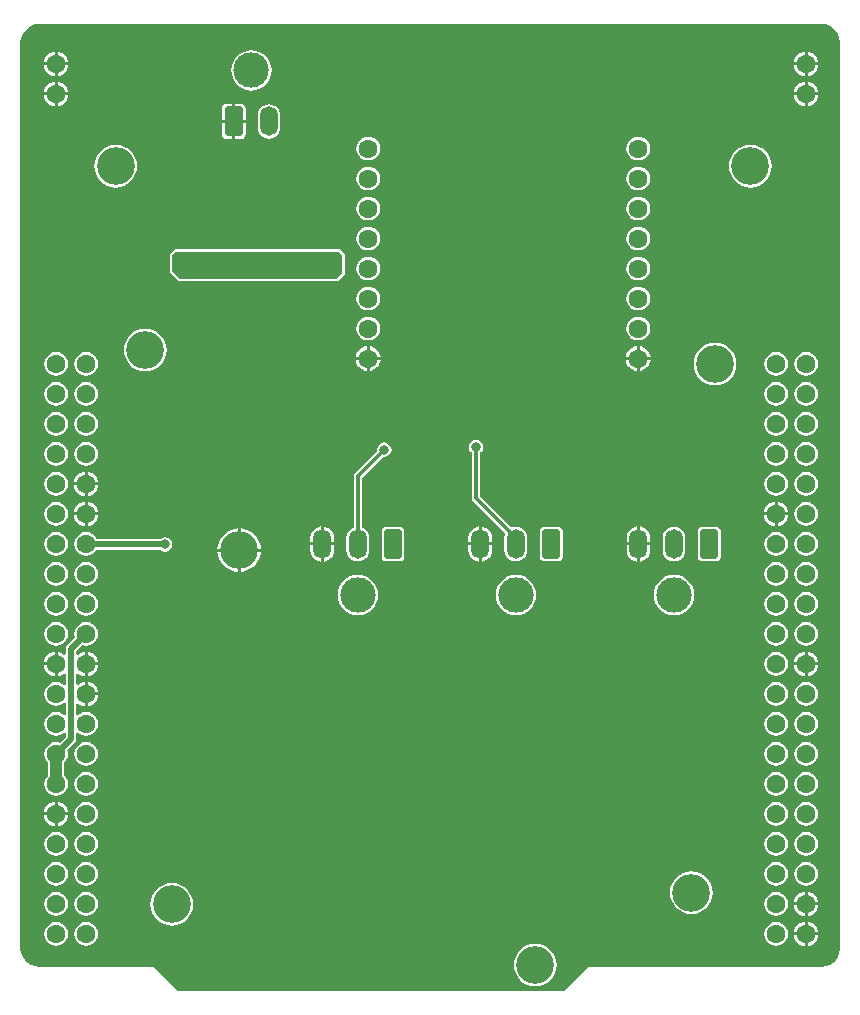
<source format=gbr>
%TF.GenerationSoftware,Altium Limited,Altium Designer,20.1.14 (287)*%
G04 Layer_Physical_Order=2*
G04 Layer_Color=255*
%FSLAX44Y44*%
%MOMM*%
%TF.SameCoordinates,63771276-D6CB-4F8E-99AF-54020A414098*%
%TF.FilePolarity,Positive*%
%TF.FileFunction,Copper,L2,Bot,Signal*%
%TF.Part,Single*%
G01*
G75*
%TA.AperFunction,Conductor*%
%ADD25C,0.5000*%
%ADD27C,1.0000*%
%ADD29C,0.3000*%
%TA.AperFunction,ComponentPad*%
%ADD31C,3.0000*%
%ADD32O,1.5000X2.5000*%
G04:AMPARAMS|DCode=33|XSize=2.5mm|YSize=1.5mm|CornerRadius=0.15mm|HoleSize=0mm|Usage=FLASHONLY|Rotation=270.000|XOffset=0mm|YOffset=0mm|HoleType=Round|Shape=RoundedRectangle|*
%AMROUNDEDRECTD33*
21,1,2.5000,1.2000,0,0,270.0*
21,1,2.2000,1.5000,0,0,270.0*
1,1,0.3000,-0.6000,-1.1000*
1,1,0.3000,-0.6000,1.1000*
1,1,0.3000,0.6000,1.1000*
1,1,0.3000,0.6000,-1.1000*
%
%ADD33ROUNDEDRECTD33*%
%ADD34C,1.6000*%
%TA.AperFunction,WasherPad*%
%ADD35C,3.2000*%
%TA.AperFunction,ViaPad*%
%ADD36C,0.6000*%
%ADD37C,0.8000*%
%ADD38C,1.6000*%
G36*
X651355Y770104D02*
X654438Y768827D01*
X657213Y766973D01*
X659573Y764613D01*
X661427Y761838D01*
X662704Y758755D01*
X663355Y755482D01*
Y753813D01*
Y-11186D01*
X663355Y-12855D01*
X662704Y-16128D01*
X661427Y-19211D01*
X659573Y-21986D01*
X657213Y-24346D01*
X654438Y-26200D01*
X651355Y-27477D01*
X648082Y-28128D01*
X451414D01*
X451414Y-28128D01*
X450243Y-28361D01*
X449251Y-29024D01*
X430147Y-48128D01*
X102681D01*
X83576Y-29024D01*
X82584Y-28361D01*
X81413Y-28128D01*
X81413Y-28128D01*
X-15255D01*
X-18528Y-27477D01*
X-21611Y-26200D01*
X-24386Y-24346D01*
X-26746Y-21986D01*
X-28600Y-19211D01*
X-29877Y-16128D01*
X-30528Y-12855D01*
Y-11186D01*
Y753813D01*
X-30528Y755482D01*
X-29877Y758755D01*
X-28600Y761838D01*
X-26746Y764613D01*
X-24386Y766973D01*
X-21611Y768827D01*
X-18528Y770104D01*
X-15255Y770755D01*
X648082D01*
X651355Y770104D01*
D02*
G37*
%LPC*%
G36*
X635849Y747026D02*
Y737850D01*
X645026D01*
X644830Y739341D01*
X643772Y741895D01*
X642089Y744089D01*
X639895Y745772D01*
X637341Y746830D01*
X635849Y747026D01*
D02*
G37*
G36*
X850D02*
Y737850D01*
X10026D01*
X9830Y739341D01*
X8772Y741895D01*
X7089Y744089D01*
X4895Y745772D01*
X2341Y746830D01*
X850Y747026D01*
D02*
G37*
G36*
X633350Y747026D02*
X631859Y746830D01*
X629305Y745772D01*
X627111Y744089D01*
X625428Y741895D01*
X624370Y739341D01*
X624174Y737850D01*
X633350D01*
Y747026D01*
D02*
G37*
G36*
X-1650D02*
X-3141Y746830D01*
X-5695Y745772D01*
X-7889Y744089D01*
X-9572Y741895D01*
X-10630Y739341D01*
X-10826Y737850D01*
X-1650D01*
Y747026D01*
D02*
G37*
G36*
X633350Y735350D02*
X624174D01*
X624370Y733859D01*
X625428Y731305D01*
X627111Y729111D01*
X629305Y727428D01*
X631859Y726370D01*
X633350Y726174D01*
Y735350D01*
D02*
G37*
G36*
X-1650D02*
X-10826D01*
X-10630Y733859D01*
X-9572Y731305D01*
X-7889Y729111D01*
X-5695Y727428D01*
X-3141Y726370D01*
X-1650Y726174D01*
Y735350D01*
D02*
G37*
G36*
X645026D02*
X635849D01*
Y726174D01*
X637341Y726370D01*
X639895Y727428D01*
X642089Y729111D01*
X643772Y731305D01*
X644830Y733859D01*
X645026Y735350D01*
D02*
G37*
G36*
X10026D02*
X850D01*
Y726174D01*
X2341Y726370D01*
X4895Y727428D01*
X7089Y729111D01*
X8772Y731305D01*
X9830Y733859D01*
X10026Y735350D01*
D02*
G37*
G36*
X164999Y748286D02*
X161667Y747957D01*
X158462Y746985D01*
X155509Y745407D01*
X152920Y743282D01*
X150796Y740694D01*
X149217Y737740D01*
X148245Y734536D01*
X147917Y731203D01*
X148245Y727871D01*
X149217Y724666D01*
X150796Y721713D01*
X152920Y719124D01*
X155509Y717000D01*
X158462Y715421D01*
X161667Y714449D01*
X164999Y714121D01*
X168332Y714449D01*
X171536Y715421D01*
X174490Y717000D01*
X177078Y719124D01*
X179202Y721713D01*
X180781Y724666D01*
X181753Y727871D01*
X182081Y731203D01*
X181753Y734536D01*
X180781Y737740D01*
X179202Y740694D01*
X177078Y743282D01*
X174490Y745407D01*
X171536Y746985D01*
X168332Y747957D01*
X164999Y748286D01*
D02*
G37*
G36*
X635849Y721626D02*
Y712450D01*
X645026D01*
X644830Y713941D01*
X643772Y716495D01*
X642089Y718689D01*
X639895Y720372D01*
X637341Y721430D01*
X635849Y721626D01*
D02*
G37*
G36*
X850D02*
Y712450D01*
X10026D01*
X9830Y713941D01*
X8772Y716495D01*
X7089Y718689D01*
X4895Y720372D01*
X2341Y721430D01*
X850Y721626D01*
D02*
G37*
G36*
X633350Y721626D02*
X631859Y721430D01*
X629305Y720372D01*
X627111Y718689D01*
X625428Y716495D01*
X624370Y713941D01*
X624174Y712450D01*
X633350D01*
Y721626D01*
D02*
G37*
G36*
X-1650D02*
X-3141Y721430D01*
X-5695Y720372D01*
X-7889Y718689D01*
X-9572Y716495D01*
X-10630Y713941D01*
X-10826Y712450D01*
X-1650D01*
Y721626D01*
D02*
G37*
G36*
X633350Y709950D02*
X624174D01*
X624370Y708459D01*
X625428Y705905D01*
X627111Y703711D01*
X629305Y702028D01*
X631859Y700970D01*
X633350Y700774D01*
Y709950D01*
D02*
G37*
G36*
X-1650D02*
X-10826D01*
X-10630Y708459D01*
X-9572Y705905D01*
X-7889Y703711D01*
X-5695Y702028D01*
X-3141Y700970D01*
X-1650Y700774D01*
Y709950D01*
D02*
G37*
G36*
X645026D02*
X635849D01*
Y700774D01*
X637341Y700970D01*
X639895Y702028D01*
X642089Y703711D01*
X643772Y705905D01*
X644830Y708459D01*
X645026Y709950D01*
D02*
G37*
G36*
X10026D02*
X850D01*
Y700774D01*
X2341Y700970D01*
X4895Y702028D01*
X7089Y703711D01*
X8772Y705905D01*
X9830Y708459D01*
X10026Y709950D01*
D02*
G37*
G36*
X156000Y703078D02*
X151250D01*
Y689250D01*
X160078D01*
Y699000D01*
X159768Y700561D01*
X158884Y701884D01*
X157561Y702768D01*
X156000Y703078D01*
D02*
G37*
G36*
X148750D02*
X144000D01*
X142439Y702768D01*
X141116Y701884D01*
X140232Y700561D01*
X139922Y699000D01*
Y689250D01*
X148750D01*
Y703078D01*
D02*
G37*
G36*
X180000Y702582D02*
X177520Y702255D01*
X175209Y701298D01*
X173225Y699775D01*
X171702Y697791D01*
X170744Y695480D01*
X170418Y693000D01*
Y683000D01*
X170744Y680520D01*
X171702Y678209D01*
X173225Y676225D01*
X175209Y674702D01*
X177520Y673745D01*
X180000Y673418D01*
X182480Y673745D01*
X184791Y674702D01*
X186775Y676225D01*
X188298Y678209D01*
X189256Y680520D01*
X189582Y683000D01*
Y693000D01*
X189256Y695480D01*
X188298Y697791D01*
X186775Y699775D01*
X184791Y701298D01*
X182480Y702255D01*
X180000Y702582D01*
D02*
G37*
G36*
X160078Y686750D02*
X151250D01*
Y672922D01*
X156000D01*
X157561Y673232D01*
X158884Y674116D01*
X159768Y675439D01*
X160078Y677000D01*
Y686750D01*
D02*
G37*
G36*
X148750D02*
X139922D01*
Y677000D01*
X140232Y675439D01*
X141116Y674116D01*
X142439Y673232D01*
X144000Y672922D01*
X148750D01*
Y686750D01*
D02*
G37*
G36*
X492500Y675086D02*
X489889Y674743D01*
X487457Y673735D01*
X485368Y672132D01*
X483765Y670043D01*
X482757Y667610D01*
X482414Y665000D01*
X482757Y662390D01*
X483765Y659957D01*
X485368Y657868D01*
X487457Y656265D01*
X489889Y655257D01*
X492500Y654914D01*
X495111Y655257D01*
X497543Y656265D01*
X499632Y657868D01*
X501235Y659957D01*
X502243Y662390D01*
X502586Y665000D01*
X502243Y667610D01*
X501235Y670043D01*
X499632Y672132D01*
X497543Y673735D01*
X495111Y674743D01*
X492500Y675086D01*
D02*
G37*
G36*
X263900D02*
X261290Y674743D01*
X258857Y673735D01*
X256768Y672132D01*
X255165Y670043D01*
X254157Y667610D01*
X253814Y665000D01*
X254157Y662390D01*
X255165Y659957D01*
X256768Y657868D01*
X258857Y656265D01*
X261290Y655257D01*
X263900Y654914D01*
X266511Y655257D01*
X268943Y656265D01*
X271032Y657868D01*
X272635Y659957D01*
X273643Y662390D01*
X273986Y665000D01*
X273643Y667610D01*
X272635Y670043D01*
X271032Y672132D01*
X268943Y673735D01*
X266511Y674743D01*
X263900Y675086D01*
D02*
G37*
G36*
X587500Y668087D02*
X583971Y667739D01*
X580578Y666710D01*
X577451Y665039D01*
X574710Y662790D01*
X572461Y660049D01*
X570790Y656922D01*
X569760Y653529D01*
X569413Y650000D01*
X569760Y646471D01*
X570790Y643078D01*
X572461Y639951D01*
X574710Y637211D01*
X577451Y634961D01*
X580578Y633290D01*
X583971Y632261D01*
X587500Y631913D01*
X591029Y632261D01*
X594422Y633290D01*
X597549Y634961D01*
X600289Y637211D01*
X602539Y639951D01*
X604210Y643078D01*
X605239Y646471D01*
X605587Y650000D01*
X605239Y653529D01*
X604210Y656922D01*
X602539Y660049D01*
X600289Y662790D01*
X597549Y665039D01*
X594422Y666710D01*
X591029Y667739D01*
X587500Y668087D01*
D02*
G37*
G36*
X50000D02*
X46471Y667739D01*
X43078Y666710D01*
X39951Y665039D01*
X37211Y662790D01*
X34961Y660049D01*
X33290Y656922D01*
X32260Y653529D01*
X31913Y650000D01*
X32260Y646471D01*
X33290Y643078D01*
X34961Y639951D01*
X37211Y637211D01*
X39951Y634961D01*
X43078Y633290D01*
X46471Y632261D01*
X50000Y631913D01*
X53529Y632261D01*
X56922Y633290D01*
X60049Y634961D01*
X62790Y637211D01*
X65039Y639951D01*
X66710Y643078D01*
X67740Y646471D01*
X68087Y650000D01*
X67740Y653529D01*
X66710Y656922D01*
X65039Y660049D01*
X62790Y662790D01*
X60049Y665039D01*
X56922Y666710D01*
X53529Y667739D01*
X50000Y668087D01*
D02*
G37*
G36*
X492500Y649686D02*
X489889Y649343D01*
X487457Y648335D01*
X485368Y646732D01*
X483765Y644643D01*
X482757Y642210D01*
X482414Y639600D01*
X482757Y636990D01*
X483765Y634557D01*
X485368Y632468D01*
X487457Y630865D01*
X489889Y629857D01*
X492500Y629514D01*
X495111Y629857D01*
X497543Y630865D01*
X499632Y632468D01*
X501235Y634557D01*
X502243Y636990D01*
X502586Y639600D01*
X502243Y642210D01*
X501235Y644643D01*
X499632Y646732D01*
X497543Y648335D01*
X495111Y649343D01*
X492500Y649686D01*
D02*
G37*
G36*
X263900D02*
X261290Y649343D01*
X258857Y648335D01*
X256768Y646732D01*
X255165Y644643D01*
X254157Y642210D01*
X253814Y639600D01*
X254157Y636990D01*
X255165Y634557D01*
X256768Y632468D01*
X258857Y630865D01*
X261290Y629857D01*
X263900Y629514D01*
X266511Y629857D01*
X268943Y630865D01*
X271032Y632468D01*
X272635Y634557D01*
X273643Y636990D01*
X273986Y639600D01*
X273643Y642210D01*
X272635Y644643D01*
X271032Y646732D01*
X268943Y648335D01*
X266511Y649343D01*
X263900Y649686D01*
D02*
G37*
G36*
X492500Y624286D02*
X489889Y623943D01*
X487457Y622935D01*
X485368Y621332D01*
X483765Y619243D01*
X482757Y616810D01*
X482414Y614200D01*
X482757Y611590D01*
X483765Y609157D01*
X485368Y607068D01*
X487457Y605465D01*
X489889Y604457D01*
X492500Y604114D01*
X495111Y604457D01*
X497543Y605465D01*
X499632Y607068D01*
X501235Y609157D01*
X502243Y611590D01*
X502586Y614200D01*
X502243Y616810D01*
X501235Y619243D01*
X499632Y621332D01*
X497543Y622935D01*
X495111Y623943D01*
X492500Y624286D01*
D02*
G37*
G36*
X263900D02*
X261290Y623943D01*
X258857Y622935D01*
X256768Y621332D01*
X255165Y619243D01*
X254157Y616810D01*
X253814Y614200D01*
X254157Y611590D01*
X255165Y609157D01*
X256768Y607068D01*
X258857Y605465D01*
X261290Y604457D01*
X263900Y604114D01*
X266511Y604457D01*
X268943Y605465D01*
X271032Y607068D01*
X272635Y609157D01*
X273643Y611590D01*
X273986Y614200D01*
X273643Y616810D01*
X272635Y619243D01*
X271032Y621332D01*
X268943Y622935D01*
X266511Y623943D01*
X263900Y624286D01*
D02*
G37*
G36*
X239252Y579789D02*
X239252Y579789D01*
X239251Y579789D01*
X100750Y579789D01*
X100750Y579789D01*
X99969Y579634D01*
X99720Y579468D01*
X99308Y579192D01*
X99308Y579192D01*
X96558Y576442D01*
X96558Y576442D01*
X96116Y575780D01*
X95961Y575000D01*
Y561050D01*
X96036Y560668D01*
X96109Y560285D01*
X96114Y560278D01*
X96116Y560270D01*
X96333Y559945D01*
X96546Y559620D01*
X102785Y553278D01*
X102792Y553273D01*
X102797Y553266D01*
X103121Y553050D01*
X103443Y552831D01*
X103451Y552829D01*
X103458Y552824D01*
X103839Y552748D01*
X104222Y552669D01*
X104230Y552671D01*
X104239Y552669D01*
X237351Y552669D01*
X237351Y552669D01*
X238132Y552824D01*
X238793Y553266D01*
X243442Y557915D01*
X243442Y557915D01*
X243884Y558576D01*
X244039Y559357D01*
X244039Y575000D01*
X243964Y575375D01*
X243884Y575780D01*
X243883Y575780D01*
X243883Y575781D01*
X243667Y576105D01*
X243442Y576442D01*
X240694Y579192D01*
X240694Y579192D01*
X240693Y579192D01*
X240333Y579433D01*
X240033Y579634D01*
X240032Y579634D01*
X240032Y579634D01*
X239640Y579712D01*
X239252Y579789D01*
D02*
G37*
G36*
X492500Y598886D02*
X489889Y598543D01*
X487457Y597535D01*
X485368Y595932D01*
X483765Y593843D01*
X482757Y591410D01*
X482414Y588800D01*
X482757Y586189D01*
X483765Y583757D01*
X485368Y581668D01*
X487457Y580065D01*
X489889Y579057D01*
X492500Y578714D01*
X495111Y579057D01*
X497543Y580065D01*
X499632Y581668D01*
X501235Y583757D01*
X502243Y586189D01*
X502586Y588800D01*
X502243Y591410D01*
X501235Y593843D01*
X499632Y595932D01*
X497543Y597535D01*
X495111Y598543D01*
X492500Y598886D01*
D02*
G37*
G36*
X263900D02*
X261290Y598543D01*
X258857Y597535D01*
X256768Y595932D01*
X255165Y593843D01*
X254157Y591410D01*
X253814Y588800D01*
X254157Y586189D01*
X255165Y583757D01*
X256768Y581668D01*
X258857Y580065D01*
X261290Y579057D01*
X263900Y578714D01*
X266511Y579057D01*
X268943Y580065D01*
X271032Y581668D01*
X272635Y583757D01*
X273643Y586189D01*
X273986Y588800D01*
X273643Y591410D01*
X272635Y593843D01*
X271032Y595932D01*
X268943Y597535D01*
X266511Y598543D01*
X263900Y598886D01*
D02*
G37*
G36*
X492500Y573486D02*
X489889Y573143D01*
X487457Y572135D01*
X485368Y570532D01*
X483765Y568443D01*
X482757Y566011D01*
X482414Y563400D01*
X482757Y560789D01*
X483765Y558357D01*
X485368Y556268D01*
X487457Y554665D01*
X489889Y553657D01*
X492500Y553314D01*
X495111Y553657D01*
X497543Y554665D01*
X499632Y556268D01*
X501235Y558357D01*
X502243Y560789D01*
X502586Y563400D01*
X502243Y566011D01*
X501235Y568443D01*
X499632Y570532D01*
X497543Y572135D01*
X495111Y573143D01*
X492500Y573486D01*
D02*
G37*
G36*
X263900D02*
X261290Y573143D01*
X258857Y572135D01*
X256768Y570532D01*
X255165Y568443D01*
X254157Y566011D01*
X253814Y563400D01*
X254157Y560789D01*
X255165Y558357D01*
X256768Y556268D01*
X258857Y554665D01*
X261290Y553657D01*
X263900Y553314D01*
X266511Y553657D01*
X268943Y554665D01*
X271032Y556268D01*
X272635Y558357D01*
X273643Y560789D01*
X273986Y563400D01*
X273643Y566011D01*
X272635Y568443D01*
X271032Y570532D01*
X268943Y572135D01*
X266511Y573143D01*
X263900Y573486D01*
D02*
G37*
G36*
X492500Y548086D02*
X489889Y547743D01*
X487457Y546735D01*
X485368Y545132D01*
X483765Y543043D01*
X482757Y540611D01*
X482414Y538000D01*
X482757Y535390D01*
X483765Y532957D01*
X485368Y530868D01*
X487457Y529265D01*
X489889Y528257D01*
X492500Y527914D01*
X495111Y528257D01*
X497543Y529265D01*
X499632Y530868D01*
X501235Y532957D01*
X502243Y535390D01*
X502586Y538000D01*
X502243Y540611D01*
X501235Y543043D01*
X499632Y545132D01*
X497543Y546735D01*
X495111Y547743D01*
X492500Y548086D01*
D02*
G37*
G36*
X263900D02*
X261290Y547743D01*
X258857Y546735D01*
X256768Y545132D01*
X255165Y543043D01*
X254157Y540611D01*
X253814Y538000D01*
X254157Y535390D01*
X255165Y532957D01*
X256768Y530868D01*
X258857Y529265D01*
X261290Y528257D01*
X263900Y527914D01*
X266511Y528257D01*
X268943Y529265D01*
X271032Y530868D01*
X272635Y532957D01*
X273643Y535390D01*
X273986Y538000D01*
X273643Y540611D01*
X272635Y543043D01*
X271032Y545132D01*
X268943Y546735D01*
X266511Y547743D01*
X263900Y548086D01*
D02*
G37*
G36*
X492500Y522686D02*
X489889Y522343D01*
X487457Y521335D01*
X485368Y519732D01*
X483765Y517643D01*
X482757Y515210D01*
X482414Y512600D01*
X482757Y509990D01*
X483765Y507557D01*
X485368Y505468D01*
X487457Y503865D01*
X489889Y502857D01*
X492500Y502514D01*
X495111Y502857D01*
X497543Y503865D01*
X499632Y505468D01*
X501235Y507557D01*
X502243Y509990D01*
X502586Y512600D01*
X502243Y515210D01*
X501235Y517643D01*
X499632Y519732D01*
X497543Y521335D01*
X495111Y522343D01*
X492500Y522686D01*
D02*
G37*
G36*
X263900D02*
X261290Y522343D01*
X258857Y521335D01*
X256768Y519732D01*
X255165Y517643D01*
X254157Y515210D01*
X253814Y512600D01*
X254157Y509990D01*
X255165Y507557D01*
X256768Y505468D01*
X258857Y503865D01*
X261290Y502857D01*
X263900Y502514D01*
X266511Y502857D01*
X268943Y503865D01*
X271032Y505468D01*
X272635Y507557D01*
X273643Y509990D01*
X273986Y512600D01*
X273643Y515210D01*
X272635Y517643D01*
X271032Y519732D01*
X268943Y521335D01*
X266511Y522343D01*
X263900Y522686D01*
D02*
G37*
G36*
X493750Y497626D02*
Y488450D01*
X502926D01*
X502730Y489941D01*
X501672Y492495D01*
X499989Y494689D01*
X497795Y496372D01*
X495241Y497430D01*
X493750Y497626D01*
D02*
G37*
G36*
X491250D02*
X489759Y497430D01*
X487205Y496372D01*
X485011Y494689D01*
X483328Y492495D01*
X482270Y489941D01*
X482074Y488450D01*
X491250D01*
Y497626D01*
D02*
G37*
G36*
X265150D02*
Y488450D01*
X274326D01*
X274130Y489941D01*
X273072Y492495D01*
X271389Y494689D01*
X269195Y496372D01*
X266641Y497430D01*
X265150Y497626D01*
D02*
G37*
G36*
X262650D02*
X261159Y497430D01*
X258605Y496372D01*
X256411Y494689D01*
X254728Y492495D01*
X253670Y489941D01*
X253474Y488450D01*
X262650D01*
Y497626D01*
D02*
G37*
G36*
X502926Y485950D02*
X493750D01*
Y476774D01*
X495241Y476970D01*
X497795Y478028D01*
X499989Y479711D01*
X501672Y481905D01*
X502730Y484459D01*
X502926Y485950D01*
D02*
G37*
G36*
X491250D02*
X482074D01*
X482270Y484459D01*
X483328Y481905D01*
X485011Y479711D01*
X487205Y478028D01*
X489759Y476970D01*
X491250Y476774D01*
Y485950D01*
D02*
G37*
G36*
X274326D02*
X265150D01*
Y476774D01*
X266641Y476970D01*
X269195Y478028D01*
X271389Y479711D01*
X273072Y481905D01*
X274130Y484459D01*
X274326Y485950D01*
D02*
G37*
G36*
X262650D02*
X253474D01*
X253670Y484459D01*
X254728Y481905D01*
X256411Y479711D01*
X258605Y478028D01*
X261159Y476970D01*
X262650Y476774D01*
Y485950D01*
D02*
G37*
G36*
X75114Y512601D02*
X71585Y512253D01*
X68192Y511224D01*
X65065Y509552D01*
X62324Y507303D01*
X60075Y504562D01*
X58403Y501435D01*
X57374Y498042D01*
X57026Y494514D01*
X57374Y490985D01*
X58403Y487592D01*
X60075Y484465D01*
X62324Y481724D01*
X65065Y479475D01*
X68192Y477803D01*
X71585Y476774D01*
X75114Y476426D01*
X78642Y476774D01*
X82035Y477803D01*
X85162Y479475D01*
X87903Y481724D01*
X90152Y484465D01*
X91824Y487592D01*
X92853Y490985D01*
X93201Y494514D01*
X92853Y498042D01*
X91824Y501435D01*
X90152Y504562D01*
X87903Y507303D01*
X85162Y509552D01*
X82035Y511224D01*
X78642Y512253D01*
X75114Y512601D01*
D02*
G37*
G36*
X634600Y492686D02*
X631990Y492343D01*
X629557Y491335D01*
X627468Y489732D01*
X625865Y487643D01*
X624857Y485210D01*
X624514Y482600D01*
X624857Y479990D01*
X625865Y477557D01*
X627468Y475468D01*
X629557Y473865D01*
X631990Y472857D01*
X634600Y472514D01*
X637211Y472857D01*
X639643Y473865D01*
X641732Y475468D01*
X643335Y477557D01*
X644343Y479990D01*
X644686Y482600D01*
X644343Y485210D01*
X643335Y487643D01*
X641732Y489732D01*
X639643Y491335D01*
X637211Y492343D01*
X634600Y492686D01*
D02*
G37*
G36*
X609200D02*
X606590Y492343D01*
X604157Y491335D01*
X602068Y489732D01*
X600465Y487643D01*
X599457Y485210D01*
X599114Y482600D01*
X599457Y479990D01*
X600465Y477557D01*
X602068Y475468D01*
X604157Y473865D01*
X606590Y472857D01*
X609200Y472514D01*
X611810Y472857D01*
X614243Y473865D01*
X616332Y475468D01*
X617935Y477557D01*
X618943Y479990D01*
X619286Y482600D01*
X618943Y485210D01*
X617935Y487643D01*
X616332Y489732D01*
X614243Y491335D01*
X611810Y492343D01*
X609200Y492686D01*
D02*
G37*
G36*
X25000D02*
X22390Y492343D01*
X19957Y491335D01*
X17868Y489732D01*
X16265Y487643D01*
X15257Y485210D01*
X14914Y482600D01*
X15257Y479990D01*
X16265Y477557D01*
X17868Y475468D01*
X19957Y473865D01*
X22390Y472857D01*
X25000Y472514D01*
X27610Y472857D01*
X30043Y473865D01*
X32132Y475468D01*
X33735Y477557D01*
X34743Y479990D01*
X35086Y482600D01*
X34743Y485210D01*
X33735Y487643D01*
X32132Y489732D01*
X30043Y491335D01*
X27610Y492343D01*
X25000Y492686D01*
D02*
G37*
G36*
X-400D02*
X-3011Y492343D01*
X-5443Y491335D01*
X-7532Y489732D01*
X-9135Y487643D01*
X-10143Y485210D01*
X-10486Y482600D01*
X-10143Y479990D01*
X-9135Y477557D01*
X-7532Y475468D01*
X-5443Y473865D01*
X-3011Y472857D01*
X-400Y472514D01*
X2210Y472857D01*
X4643Y473865D01*
X6732Y475468D01*
X8335Y477557D01*
X9343Y479990D01*
X9686Y482600D01*
X9343Y485210D01*
X8335Y487643D01*
X6732Y489732D01*
X4643Y491335D01*
X2210Y492343D01*
X-400Y492686D01*
D02*
G37*
G36*
X557500Y500587D02*
X553971Y500239D01*
X550578Y499210D01*
X547451Y497539D01*
X544711Y495289D01*
X542461Y492549D01*
X540790Y489422D01*
X539761Y486029D01*
X539413Y482500D01*
X539761Y478971D01*
X540790Y475578D01*
X542461Y472451D01*
X544711Y469711D01*
X547451Y467461D01*
X550578Y465790D01*
X553971Y464761D01*
X557500Y464413D01*
X561029Y464761D01*
X564422Y465790D01*
X567549Y467461D01*
X570289Y469711D01*
X572539Y472451D01*
X574210Y475578D01*
X575239Y478971D01*
X575587Y482500D01*
X575239Y486029D01*
X574210Y489422D01*
X572539Y492549D01*
X570289Y495289D01*
X567549Y497539D01*
X564422Y499210D01*
X561029Y500239D01*
X557500Y500587D01*
D02*
G37*
G36*
X634600Y467286D02*
X631990Y466943D01*
X629557Y465935D01*
X627468Y464332D01*
X625865Y462243D01*
X624857Y459810D01*
X624514Y457200D01*
X624857Y454590D01*
X625865Y452157D01*
X627468Y450068D01*
X629557Y448465D01*
X631990Y447457D01*
X634600Y447114D01*
X637211Y447457D01*
X639643Y448465D01*
X641732Y450068D01*
X643335Y452157D01*
X644343Y454590D01*
X644686Y457200D01*
X644343Y459810D01*
X643335Y462243D01*
X641732Y464332D01*
X639643Y465935D01*
X637211Y466943D01*
X634600Y467286D01*
D02*
G37*
G36*
X609200D02*
X606590Y466943D01*
X604157Y465935D01*
X602068Y464332D01*
X600465Y462243D01*
X599457Y459810D01*
X599114Y457200D01*
X599457Y454590D01*
X600465Y452157D01*
X602068Y450068D01*
X604157Y448465D01*
X606590Y447457D01*
X609200Y447114D01*
X611810Y447457D01*
X614243Y448465D01*
X616332Y450068D01*
X617935Y452157D01*
X618943Y454590D01*
X619286Y457200D01*
X618943Y459810D01*
X617935Y462243D01*
X616332Y464332D01*
X614243Y465935D01*
X611810Y466943D01*
X609200Y467286D01*
D02*
G37*
G36*
X25000D02*
X22390Y466943D01*
X19957Y465935D01*
X17868Y464332D01*
X16265Y462243D01*
X15257Y459810D01*
X14914Y457200D01*
X15257Y454590D01*
X16265Y452157D01*
X17868Y450068D01*
X19957Y448465D01*
X22390Y447457D01*
X25000Y447114D01*
X27610Y447457D01*
X30043Y448465D01*
X32132Y450068D01*
X33735Y452157D01*
X34743Y454590D01*
X35086Y457200D01*
X34743Y459810D01*
X33735Y462243D01*
X32132Y464332D01*
X30043Y465935D01*
X27610Y466943D01*
X25000Y467286D01*
D02*
G37*
G36*
X-400D02*
X-3011Y466943D01*
X-5443Y465935D01*
X-7532Y464332D01*
X-9135Y462243D01*
X-10143Y459810D01*
X-10486Y457200D01*
X-10143Y454590D01*
X-9135Y452157D01*
X-7532Y450068D01*
X-5443Y448465D01*
X-3011Y447457D01*
X-400Y447114D01*
X2210Y447457D01*
X4643Y448465D01*
X6732Y450068D01*
X8335Y452157D01*
X9343Y454590D01*
X9686Y457200D01*
X9343Y459810D01*
X8335Y462243D01*
X6732Y464332D01*
X4643Y465935D01*
X2210Y466943D01*
X-400Y467286D01*
D02*
G37*
G36*
X634600Y441886D02*
X631990Y441543D01*
X629557Y440535D01*
X627468Y438932D01*
X625865Y436843D01*
X624857Y434411D01*
X624514Y431800D01*
X624857Y429189D01*
X625865Y426757D01*
X627468Y424668D01*
X629557Y423065D01*
X631990Y422057D01*
X634600Y421714D01*
X637211Y422057D01*
X639643Y423065D01*
X641732Y424668D01*
X643335Y426757D01*
X644343Y429189D01*
X644686Y431800D01*
X644343Y434411D01*
X643335Y436843D01*
X641732Y438932D01*
X639643Y440535D01*
X637211Y441543D01*
X634600Y441886D01*
D02*
G37*
G36*
X609200D02*
X606590Y441543D01*
X604157Y440535D01*
X602068Y438932D01*
X600465Y436843D01*
X599457Y434411D01*
X599114Y431800D01*
X599457Y429189D01*
X600465Y426757D01*
X602068Y424668D01*
X604157Y423065D01*
X606590Y422057D01*
X609200Y421714D01*
X611810Y422057D01*
X614243Y423065D01*
X616332Y424668D01*
X617935Y426757D01*
X618943Y429189D01*
X619286Y431800D01*
X618943Y434411D01*
X617935Y436843D01*
X616332Y438932D01*
X614243Y440535D01*
X611810Y441543D01*
X609200Y441886D01*
D02*
G37*
G36*
X25000D02*
X22390Y441543D01*
X19957Y440535D01*
X17868Y438932D01*
X16265Y436843D01*
X15257Y434411D01*
X14914Y431800D01*
X15257Y429189D01*
X16265Y426757D01*
X17868Y424668D01*
X19957Y423065D01*
X22390Y422057D01*
X25000Y421714D01*
X27610Y422057D01*
X30043Y423065D01*
X32132Y424668D01*
X33735Y426757D01*
X34743Y429189D01*
X35086Y431800D01*
X34743Y434411D01*
X33735Y436843D01*
X32132Y438932D01*
X30043Y440535D01*
X27610Y441543D01*
X25000Y441886D01*
D02*
G37*
G36*
X-400D02*
X-3011Y441543D01*
X-5443Y440535D01*
X-7532Y438932D01*
X-9135Y436843D01*
X-10143Y434411D01*
X-10486Y431800D01*
X-10143Y429189D01*
X-9135Y426757D01*
X-7532Y424668D01*
X-5443Y423065D01*
X-3011Y422057D01*
X-400Y421714D01*
X2210Y422057D01*
X4643Y423065D01*
X6732Y424668D01*
X8335Y426757D01*
X9343Y429189D01*
X9686Y431800D01*
X9343Y434411D01*
X8335Y436843D01*
X6732Y438932D01*
X4643Y440535D01*
X2210Y441543D01*
X-400Y441886D01*
D02*
G37*
G36*
X277500Y416118D02*
X275159Y415652D01*
X273174Y414326D01*
X271848Y412341D01*
X271383Y410000D01*
X271560Y409107D01*
X252476Y390023D01*
X251702Y388865D01*
X251431Y387499D01*
Y344008D01*
X250208Y343502D01*
X248224Y341979D01*
X246701Y339994D01*
X245744Y337683D01*
X245417Y335203D01*
Y325203D01*
X245744Y322723D01*
X246701Y320412D01*
X248224Y318428D01*
X250208Y316905D01*
X252519Y315948D01*
X254999Y315621D01*
X257479Y315948D01*
X259790Y316905D01*
X261775Y318428D01*
X263297Y320412D01*
X264255Y322723D01*
X264581Y325203D01*
Y335203D01*
X264255Y337683D01*
X263297Y339994D01*
X261775Y341979D01*
X259790Y343502D01*
X258568Y344008D01*
Y386021D01*
X276607Y404060D01*
X277500Y403882D01*
X279841Y404348D01*
X281826Y405674D01*
X283152Y407659D01*
X283617Y410000D01*
X283152Y412341D01*
X281826Y414326D01*
X279841Y415652D01*
X277500Y416118D01*
D02*
G37*
G36*
X634600Y416486D02*
X631990Y416143D01*
X629557Y415135D01*
X627468Y413532D01*
X625865Y411443D01*
X624857Y409011D01*
X624514Y406400D01*
X624857Y403789D01*
X625865Y401357D01*
X627468Y399268D01*
X629557Y397665D01*
X631990Y396657D01*
X634600Y396314D01*
X637211Y396657D01*
X639643Y397665D01*
X641732Y399268D01*
X643335Y401357D01*
X644343Y403789D01*
X644686Y406400D01*
X644343Y409011D01*
X643335Y411443D01*
X641732Y413532D01*
X639643Y415135D01*
X637211Y416143D01*
X634600Y416486D01*
D02*
G37*
G36*
X609200D02*
X606590Y416143D01*
X604157Y415135D01*
X602068Y413532D01*
X600465Y411443D01*
X599457Y409011D01*
X599114Y406400D01*
X599457Y403789D01*
X600465Y401357D01*
X602068Y399268D01*
X604157Y397665D01*
X606590Y396657D01*
X609200Y396314D01*
X611810Y396657D01*
X614243Y397665D01*
X616332Y399268D01*
X617935Y401357D01*
X618943Y403789D01*
X619286Y406400D01*
X618943Y409011D01*
X617935Y411443D01*
X616332Y413532D01*
X614243Y415135D01*
X611810Y416143D01*
X609200Y416486D01*
D02*
G37*
G36*
X25000D02*
X22390Y416143D01*
X19957Y415135D01*
X17868Y413532D01*
X16265Y411443D01*
X15257Y409011D01*
X14914Y406400D01*
X15257Y403789D01*
X16265Y401357D01*
X17868Y399268D01*
X19957Y397665D01*
X22390Y396657D01*
X25000Y396314D01*
X27610Y396657D01*
X30043Y397665D01*
X32132Y399268D01*
X33735Y401357D01*
X34743Y403789D01*
X35086Y406400D01*
X34743Y409011D01*
X33735Y411443D01*
X32132Y413532D01*
X30043Y415135D01*
X27610Y416143D01*
X25000Y416486D01*
D02*
G37*
G36*
X-400D02*
X-3011Y416143D01*
X-5443Y415135D01*
X-7532Y413532D01*
X-9135Y411443D01*
X-10143Y409011D01*
X-10486Y406400D01*
X-10143Y403789D01*
X-9135Y401357D01*
X-7532Y399268D01*
X-5443Y397665D01*
X-3011Y396657D01*
X-400Y396314D01*
X2210Y396657D01*
X4643Y397665D01*
X6732Y399268D01*
X8335Y401357D01*
X9343Y403789D01*
X9686Y406400D01*
X9343Y409011D01*
X8335Y411443D01*
X6732Y413532D01*
X4643Y415135D01*
X2210Y416143D01*
X-400Y416486D01*
D02*
G37*
G36*
X26249Y391426D02*
Y382250D01*
X35426D01*
X35230Y383741D01*
X34172Y386295D01*
X32489Y388489D01*
X30295Y390172D01*
X27741Y391230D01*
X26249Y391426D01*
D02*
G37*
G36*
X23750Y391426D02*
X22259Y391230D01*
X19705Y390172D01*
X17511Y388489D01*
X15828Y386295D01*
X14770Y383741D01*
X14574Y382250D01*
X23750D01*
Y391426D01*
D02*
G37*
G36*
X634600Y391086D02*
X631990Y390743D01*
X629557Y389735D01*
X627468Y388132D01*
X625865Y386043D01*
X624857Y383610D01*
X624514Y381000D01*
X624857Y378390D01*
X625865Y375957D01*
X627468Y373868D01*
X629557Y372265D01*
X631990Y371257D01*
X634600Y370914D01*
X637211Y371257D01*
X639643Y372265D01*
X641732Y373868D01*
X643335Y375957D01*
X644343Y378390D01*
X644686Y381000D01*
X644343Y383610D01*
X643335Y386043D01*
X641732Y388132D01*
X639643Y389735D01*
X637211Y390743D01*
X634600Y391086D01*
D02*
G37*
G36*
X609200D02*
X606590Y390743D01*
X604157Y389735D01*
X602068Y388132D01*
X600465Y386043D01*
X599457Y383610D01*
X599114Y381000D01*
X599457Y378390D01*
X600465Y375957D01*
X602068Y373868D01*
X604157Y372265D01*
X606590Y371257D01*
X609200Y370914D01*
X611810Y371257D01*
X614243Y372265D01*
X616332Y373868D01*
X617935Y375957D01*
X618943Y378390D01*
X619286Y381000D01*
X618943Y383610D01*
X617935Y386043D01*
X616332Y388132D01*
X614243Y389735D01*
X611810Y390743D01*
X609200Y391086D01*
D02*
G37*
G36*
X-400D02*
X-3011Y390743D01*
X-5443Y389735D01*
X-7532Y388132D01*
X-9135Y386043D01*
X-10143Y383610D01*
X-10486Y381000D01*
X-10143Y378390D01*
X-9135Y375957D01*
X-7532Y373868D01*
X-5443Y372265D01*
X-3011Y371257D01*
X-400Y370914D01*
X2210Y371257D01*
X4643Y372265D01*
X6732Y373868D01*
X8335Y375957D01*
X9343Y378390D01*
X9686Y381000D01*
X9343Y383610D01*
X8335Y386043D01*
X6732Y388132D01*
X4643Y389735D01*
X2210Y390743D01*
X-400Y391086D01*
D02*
G37*
G36*
X23750Y379750D02*
X14574D01*
X14770Y378259D01*
X15828Y375705D01*
X17511Y373511D01*
X19705Y371828D01*
X22259Y370770D01*
X23750Y370574D01*
Y379750D01*
D02*
G37*
G36*
X35426D02*
X26249D01*
Y370574D01*
X27741Y370770D01*
X30295Y371828D01*
X32489Y373511D01*
X34172Y375705D01*
X35230Y378259D01*
X35426Y379750D01*
D02*
G37*
G36*
X610449Y366026D02*
Y356850D01*
X619626D01*
X619430Y358341D01*
X618372Y360895D01*
X616689Y363089D01*
X614495Y364772D01*
X611941Y365830D01*
X610449Y366026D01*
D02*
G37*
G36*
X26249D02*
Y356850D01*
X35426D01*
X35230Y358341D01*
X34172Y360895D01*
X32489Y363089D01*
X30295Y364772D01*
X27741Y365830D01*
X26249Y366026D01*
D02*
G37*
G36*
X607950Y366026D02*
X606459Y365830D01*
X603905Y364772D01*
X601711Y363089D01*
X600028Y360895D01*
X598970Y358341D01*
X598774Y356850D01*
X607950D01*
Y366026D01*
D02*
G37*
G36*
X23750D02*
X22259Y365830D01*
X19705Y364772D01*
X17511Y363089D01*
X15828Y360895D01*
X14770Y358341D01*
X14574Y356850D01*
X23750D01*
Y366026D01*
D02*
G37*
G36*
X634600Y365686D02*
X631990Y365343D01*
X629557Y364335D01*
X627468Y362732D01*
X625865Y360643D01*
X624857Y358210D01*
X624514Y355600D01*
X624857Y352990D01*
X625865Y350557D01*
X627468Y348468D01*
X629557Y346865D01*
X631990Y345857D01*
X634600Y345514D01*
X637211Y345857D01*
X639643Y346865D01*
X641732Y348468D01*
X643335Y350557D01*
X644343Y352990D01*
X644686Y355600D01*
X644343Y358210D01*
X643335Y360643D01*
X641732Y362732D01*
X639643Y364335D01*
X637211Y365343D01*
X634600Y365686D01*
D02*
G37*
G36*
X-400D02*
X-3011Y365343D01*
X-5443Y364335D01*
X-7532Y362732D01*
X-9135Y360643D01*
X-10143Y358210D01*
X-10486Y355600D01*
X-10143Y352990D01*
X-9135Y350557D01*
X-7532Y348468D01*
X-5443Y346865D01*
X-3011Y345857D01*
X-400Y345514D01*
X2210Y345857D01*
X4643Y346865D01*
X6732Y348468D01*
X8335Y350557D01*
X9343Y352990D01*
X9686Y355600D01*
X9343Y358210D01*
X8335Y360643D01*
X6732Y362732D01*
X4643Y364335D01*
X2210Y365343D01*
X-400Y365686D01*
D02*
G37*
G36*
X607950Y354350D02*
X598774D01*
X598970Y352859D01*
X600028Y350305D01*
X601711Y348111D01*
X603905Y346428D01*
X606459Y345370D01*
X607950Y345174D01*
Y354350D01*
D02*
G37*
G36*
X23750D02*
X14574D01*
X14770Y352859D01*
X15828Y350305D01*
X17511Y348111D01*
X19705Y346428D01*
X22259Y345370D01*
X23750Y345174D01*
Y354350D01*
D02*
G37*
G36*
X619626D02*
X610449D01*
Y345174D01*
X611941Y345370D01*
X614495Y346428D01*
X616689Y348111D01*
X618372Y350305D01*
X619430Y352859D01*
X619626Y354350D01*
D02*
G37*
G36*
X35426D02*
X26249D01*
Y345174D01*
X27741Y345370D01*
X30295Y346428D01*
X32489Y348111D01*
X34172Y350305D01*
X35230Y352859D01*
X35426Y354350D01*
D02*
G37*
G36*
X493916Y345125D02*
Y331454D01*
X502752D01*
Y335203D01*
X502408Y337814D01*
X501401Y340247D01*
X499798Y342335D01*
X497709Y343938D01*
X495276Y344946D01*
X493916Y345125D01*
D02*
G37*
G36*
X491416Y345125D02*
X490055Y344946D01*
X487623Y343938D01*
X485534Y342335D01*
X483931Y340247D01*
X482923Y337814D01*
X482580Y335203D01*
Y331454D01*
X491416D01*
Y345125D01*
D02*
G37*
G36*
X226249Y345125D02*
Y331453D01*
X235086D01*
Y335203D01*
X234742Y337814D01*
X233734Y340247D01*
X232131Y342335D01*
X230042Y343938D01*
X227610Y344946D01*
X226249Y345125D01*
D02*
G37*
G36*
X223749Y345125D02*
X222389Y344946D01*
X219956Y343938D01*
X217867Y342335D01*
X216264Y340247D01*
X215257Y337814D01*
X214913Y335203D01*
Y331453D01*
X223749D01*
Y345125D01*
D02*
G37*
G36*
X360082Y345125D02*
Y331453D01*
X368919D01*
Y335203D01*
X368575Y337814D01*
X367567Y340247D01*
X365965Y342335D01*
X363876Y343938D01*
X361443Y344946D01*
X360082Y345125D01*
D02*
G37*
G36*
X357582Y345125D02*
X356222Y344946D01*
X353789Y343938D01*
X351701Y342335D01*
X350098Y340247D01*
X349090Y337814D01*
X348746Y335203D01*
Y331453D01*
X357582D01*
Y345125D01*
D02*
G37*
G36*
X155761Y343466D02*
Y326250D01*
X172977D01*
X172743Y328627D01*
X171685Y332114D01*
X169967Y335328D01*
X167655Y338145D01*
X164838Y340457D01*
X161624Y342174D01*
X158137Y343232D01*
X155761Y343466D01*
D02*
G37*
G36*
X153261Y343466D02*
X150884Y343232D01*
X147396Y342174D01*
X144183Y340457D01*
X141365Y338145D01*
X139054Y335328D01*
X137336Y332114D01*
X136278Y328627D01*
X136044Y326250D01*
X153261D01*
Y343466D01*
D02*
G37*
G36*
X25000Y340286D02*
X22390Y339943D01*
X19957Y338935D01*
X17868Y337332D01*
X16265Y335243D01*
X15257Y332811D01*
X14914Y330200D01*
X15257Y327589D01*
X16265Y325157D01*
X17868Y323068D01*
X19957Y321465D01*
X22390Y320457D01*
X25000Y320114D01*
X27610Y320457D01*
X30043Y321465D01*
X32132Y323068D01*
X33735Y325157D01*
X33775Y325253D01*
X88067D01*
X89659Y324189D01*
X92000Y323724D01*
X94341Y324189D01*
X96326Y325515D01*
X97652Y327500D01*
X98118Y329841D01*
X97652Y332182D01*
X96326Y334167D01*
X94341Y335493D01*
X92000Y335959D01*
X89659Y335493D01*
X88067Y334429D01*
X34072D01*
X33735Y335243D01*
X32132Y337332D01*
X30043Y338935D01*
X27610Y339943D01*
X25000Y340286D01*
D02*
G37*
G36*
X634600D02*
X631990Y339943D01*
X629557Y338935D01*
X627468Y337332D01*
X625865Y335243D01*
X624857Y332811D01*
X624514Y330200D01*
X624857Y327589D01*
X625865Y325157D01*
X627468Y323068D01*
X629557Y321465D01*
X631990Y320457D01*
X634600Y320114D01*
X637211Y320457D01*
X639643Y321465D01*
X641732Y323068D01*
X643335Y325157D01*
X644343Y327589D01*
X644686Y330200D01*
X644343Y332811D01*
X643335Y335243D01*
X641732Y337332D01*
X639643Y338935D01*
X637211Y339943D01*
X634600Y340286D01*
D02*
G37*
G36*
X609200D02*
X606590Y339943D01*
X604157Y338935D01*
X602068Y337332D01*
X600465Y335243D01*
X599457Y332811D01*
X599114Y330200D01*
X599457Y327589D01*
X600465Y325157D01*
X602068Y323068D01*
X604157Y321465D01*
X606590Y320457D01*
X609200Y320114D01*
X611810Y320457D01*
X614243Y321465D01*
X616332Y323068D01*
X617935Y325157D01*
X618943Y327589D01*
X619286Y330200D01*
X618943Y332811D01*
X617935Y335243D01*
X616332Y337332D01*
X614243Y338935D01*
X611810Y339943D01*
X609200Y340286D01*
D02*
G37*
G36*
X-400D02*
X-3011Y339943D01*
X-5443Y338935D01*
X-7532Y337332D01*
X-9135Y335243D01*
X-10143Y332811D01*
X-10486Y330200D01*
X-10143Y327589D01*
X-9135Y325157D01*
X-7532Y323068D01*
X-5443Y321465D01*
X-3011Y320457D01*
X-400Y320114D01*
X2210Y320457D01*
X4643Y321465D01*
X6732Y323068D01*
X8335Y325157D01*
X9343Y327589D01*
X9686Y330200D01*
X9343Y332811D01*
X8335Y335243D01*
X6732Y337332D01*
X4643Y338935D01*
X2210Y339943D01*
X-400Y340286D01*
D02*
G37*
G36*
X558666Y344772D02*
X546666D01*
X545300Y344500D01*
X544142Y343727D01*
X543369Y342569D01*
X543097Y341203D01*
Y319203D01*
X543369Y317838D01*
X544142Y316680D01*
X545300Y315906D01*
X546666Y315635D01*
X558666D01*
X560032Y315906D01*
X561189Y316680D01*
X561963Y317838D01*
X562234Y319203D01*
Y341203D01*
X561963Y342569D01*
X561189Y343727D01*
X560032Y344500D01*
X558666Y344772D01*
D02*
G37*
G36*
X424832D02*
X412832D01*
X411467Y344500D01*
X410309Y343727D01*
X409536Y342569D01*
X409264Y341203D01*
Y319203D01*
X409536Y317838D01*
X410309Y316680D01*
X411467Y315906D01*
X412832Y315635D01*
X424832D01*
X426198Y315906D01*
X427356Y316680D01*
X428129Y317838D01*
X428401Y319203D01*
Y341203D01*
X428129Y342569D01*
X427356Y343727D01*
X426198Y344500D01*
X424832Y344772D01*
D02*
G37*
G36*
X290999D02*
X278999D01*
X277634Y344500D01*
X276476Y343727D01*
X275702Y342569D01*
X275431Y341203D01*
Y319203D01*
X275702Y317838D01*
X276476Y316680D01*
X277634Y315906D01*
X278999Y315635D01*
X290999D01*
X292365Y315906D01*
X293523Y316680D01*
X294296Y317838D01*
X294568Y319203D01*
Y341203D01*
X294296Y342569D01*
X293523Y343727D01*
X292365Y344500D01*
X290999Y344772D01*
D02*
G37*
G36*
X522666Y344785D02*
X520186Y344459D01*
X517875Y343502D01*
X515890Y341979D01*
X514368Y339994D01*
X513410Y337683D01*
X513084Y335203D01*
Y325203D01*
X513410Y322723D01*
X514368Y320412D01*
X515890Y318428D01*
X517875Y316905D01*
X520186Y315948D01*
X522666Y315621D01*
X525146Y315948D01*
X527457Y316905D01*
X529441Y318428D01*
X530964Y320412D01*
X531921Y322723D01*
X532248Y325203D01*
Y335203D01*
X531921Y337683D01*
X530964Y339994D01*
X529441Y341979D01*
X527457Y343502D01*
X525146Y344459D01*
X522666Y344785D01*
D02*
G37*
G36*
X355000Y418618D02*
X352659Y418152D01*
X350674Y416826D01*
X349348Y414841D01*
X348882Y412500D01*
X349348Y410159D01*
X350674Y408174D01*
X351431Y407668D01*
Y369036D01*
X351703Y367670D01*
X352477Y366512D01*
X380083Y338906D01*
X379577Y337683D01*
X379251Y335203D01*
Y325203D01*
X379577Y322723D01*
X380534Y320412D01*
X382057Y318428D01*
X384041Y316905D01*
X386353Y315948D01*
X388833Y315621D01*
X391312Y315948D01*
X393624Y316905D01*
X395608Y318428D01*
X397131Y320412D01*
X398088Y322723D01*
X398414Y325203D01*
Y335203D01*
X398088Y337683D01*
X397131Y339994D01*
X395608Y341979D01*
X393624Y343502D01*
X391312Y344459D01*
X388833Y344785D01*
X386353Y344459D01*
X385130Y343952D01*
X358569Y370514D01*
Y407668D01*
X359326Y408174D01*
X360652Y410159D01*
X361118Y412500D01*
X360652Y414841D01*
X359326Y416826D01*
X357341Y418152D01*
X355000Y418618D01*
D02*
G37*
G36*
X357582Y328953D02*
X348746D01*
Y325203D01*
X349090Y322593D01*
X350098Y320160D01*
X351701Y318071D01*
X353789Y316468D01*
X356222Y315461D01*
X357582Y315282D01*
Y328953D01*
D02*
G37*
G36*
X223749Y328953D02*
X214913D01*
Y325203D01*
X215257Y322593D01*
X216264Y320160D01*
X217867Y318071D01*
X219956Y316468D01*
X222389Y315461D01*
X223749Y315282D01*
Y328953D01*
D02*
G37*
G36*
X502752Y328954D02*
X493916D01*
Y315282D01*
X495276Y315461D01*
X497709Y316468D01*
X499798Y318071D01*
X501401Y320160D01*
X502408Y322593D01*
X502752Y325203D01*
Y328954D01*
D02*
G37*
G36*
X491416D02*
X482580D01*
Y325203D01*
X482923Y322593D01*
X483931Y320160D01*
X485534Y318071D01*
X487623Y316468D01*
X490055Y315461D01*
X491416Y315282D01*
Y328954D01*
D02*
G37*
G36*
X235086Y328953D02*
X226249D01*
Y315282D01*
X227610Y315461D01*
X230042Y316468D01*
X232131Y318071D01*
X233734Y320160D01*
X234742Y322593D01*
X235086Y325203D01*
Y328953D01*
D02*
G37*
G36*
X368919Y328953D02*
X360082D01*
Y315282D01*
X361443Y315461D01*
X363876Y316468D01*
X365965Y318071D01*
X367567Y320160D01*
X368575Y322593D01*
X368919Y325203D01*
Y328953D01*
D02*
G37*
G36*
X172977Y323750D02*
X155761D01*
Y306534D01*
X158137Y306768D01*
X161624Y307826D01*
X164838Y309543D01*
X167655Y311855D01*
X169967Y314672D01*
X171685Y317886D01*
X172743Y321373D01*
X172977Y323750D01*
D02*
G37*
G36*
X153261D02*
X136044D01*
X136278Y321373D01*
X137336Y317886D01*
X139054Y314672D01*
X141365Y311855D01*
X144183Y309543D01*
X147396Y307826D01*
X150884Y306768D01*
X153261Y306534D01*
Y323750D01*
D02*
G37*
G36*
X634600Y314886D02*
X631990Y314543D01*
X629557Y313535D01*
X627468Y311932D01*
X625865Y309843D01*
X624857Y307411D01*
X624514Y304800D01*
X624857Y302190D01*
X625865Y299757D01*
X627468Y297668D01*
X629557Y296065D01*
X631990Y295057D01*
X634600Y294714D01*
X637211Y295057D01*
X639643Y296065D01*
X641732Y297668D01*
X643335Y299757D01*
X644343Y302190D01*
X644686Y304800D01*
X644343Y307411D01*
X643335Y309843D01*
X641732Y311932D01*
X639643Y313535D01*
X637211Y314543D01*
X634600Y314886D01*
D02*
G37*
G36*
X609200D02*
X606590Y314543D01*
X604157Y313535D01*
X602068Y311932D01*
X600465Y309843D01*
X599457Y307411D01*
X599114Y304800D01*
X599457Y302190D01*
X600465Y299757D01*
X602068Y297668D01*
X604157Y296065D01*
X606590Y295057D01*
X609200Y294714D01*
X611810Y295057D01*
X614243Y296065D01*
X616332Y297668D01*
X617935Y299757D01*
X618943Y302190D01*
X619286Y304800D01*
X618943Y307411D01*
X617935Y309843D01*
X616332Y311932D01*
X614243Y313535D01*
X611810Y314543D01*
X609200Y314886D01*
D02*
G37*
G36*
X25000D02*
X22390Y314543D01*
X19957Y313535D01*
X17868Y311932D01*
X16265Y309843D01*
X15257Y307411D01*
X14914Y304800D01*
X15257Y302190D01*
X16265Y299757D01*
X17868Y297668D01*
X19957Y296065D01*
X22390Y295057D01*
X25000Y294714D01*
X27610Y295057D01*
X30043Y296065D01*
X32132Y297668D01*
X33735Y299757D01*
X34743Y302190D01*
X35086Y304800D01*
X34743Y307411D01*
X33735Y309843D01*
X32132Y311932D01*
X30043Y313535D01*
X27610Y314543D01*
X25000Y314886D01*
D02*
G37*
G36*
X-400D02*
X-3011Y314543D01*
X-5443Y313535D01*
X-7532Y311932D01*
X-9135Y309843D01*
X-10143Y307411D01*
X-10486Y304800D01*
X-10143Y302190D01*
X-9135Y299757D01*
X-7532Y297668D01*
X-5443Y296065D01*
X-3011Y295057D01*
X-400Y294714D01*
X2210Y295057D01*
X4643Y296065D01*
X6732Y297668D01*
X8335Y299757D01*
X9343Y302190D01*
X9686Y304800D01*
X9343Y307411D01*
X8335Y309843D01*
X6732Y311932D01*
X4643Y313535D01*
X2210Y314543D01*
X-400Y314886D01*
D02*
G37*
G36*
X522667Y304082D02*
X519334Y303754D01*
X516130Y302782D01*
X513176Y301203D01*
X510588Y299079D01*
X508463Y296490D01*
X506885Y293537D01*
X505913Y290333D01*
X505584Y287000D01*
X505913Y283667D01*
X506885Y280463D01*
X508463Y277510D01*
X510588Y274921D01*
X513176Y272797D01*
X516130Y271218D01*
X519334Y270246D01*
X522667Y269918D01*
X525999Y270246D01*
X529204Y271218D01*
X532157Y272797D01*
X534746Y274921D01*
X536870Y277510D01*
X538449Y280463D01*
X539421Y283667D01*
X539749Y287000D01*
X539421Y290333D01*
X538449Y293537D01*
X536870Y296490D01*
X534746Y299079D01*
X532157Y301203D01*
X529204Y302782D01*
X525999Y303754D01*
X522667Y304082D01*
D02*
G37*
G36*
X388833D02*
X385501Y303754D01*
X382296Y302782D01*
X379343Y301203D01*
X376754Y299079D01*
X374630Y296490D01*
X373051Y293537D01*
X372079Y290333D01*
X371751Y287000D01*
X372079Y283667D01*
X373051Y280463D01*
X374630Y277510D01*
X376754Y274921D01*
X379343Y272797D01*
X382296Y271218D01*
X385501Y270246D01*
X388833Y269918D01*
X392166Y270246D01*
X395370Y271218D01*
X398324Y272797D01*
X400912Y274921D01*
X403037Y277510D01*
X404615Y280463D01*
X405587Y283667D01*
X405916Y287000D01*
X405587Y290333D01*
X404615Y293537D01*
X403037Y296490D01*
X400912Y299079D01*
X398324Y301203D01*
X395370Y302782D01*
X392166Y303754D01*
X388833Y304082D01*
D02*
G37*
G36*
X255000D02*
X251667Y303754D01*
X248463Y302782D01*
X245510Y301203D01*
X242921Y299079D01*
X240797Y296490D01*
X239218Y293537D01*
X238246Y290333D01*
X237918Y287000D01*
X238246Y283667D01*
X239218Y280463D01*
X240797Y277510D01*
X242921Y274921D01*
X245510Y272797D01*
X248463Y271218D01*
X251667Y270246D01*
X255000Y269918D01*
X258333Y270246D01*
X261537Y271218D01*
X264490Y272797D01*
X267079Y274921D01*
X269203Y277510D01*
X270782Y280463D01*
X271754Y283667D01*
X272082Y287000D01*
X271754Y290333D01*
X270782Y293537D01*
X269203Y296490D01*
X267079Y299079D01*
X264490Y301203D01*
X261537Y302782D01*
X258333Y303754D01*
X255000Y304082D01*
D02*
G37*
G36*
X634600Y289486D02*
X631990Y289143D01*
X629557Y288135D01*
X627468Y286532D01*
X625865Y284443D01*
X624857Y282010D01*
X624514Y279400D01*
X624857Y276789D01*
X625865Y274357D01*
X627468Y272268D01*
X629557Y270665D01*
X631990Y269657D01*
X634600Y269314D01*
X637211Y269657D01*
X639643Y270665D01*
X641732Y272268D01*
X643335Y274357D01*
X644343Y276789D01*
X644686Y279400D01*
X644343Y282010D01*
X643335Y284443D01*
X641732Y286532D01*
X639643Y288135D01*
X637211Y289143D01*
X634600Y289486D01*
D02*
G37*
G36*
X609200D02*
X606590Y289143D01*
X604157Y288135D01*
X602068Y286532D01*
X600465Y284443D01*
X599457Y282010D01*
X599114Y279400D01*
X599457Y276789D01*
X600465Y274357D01*
X602068Y272268D01*
X604157Y270665D01*
X606590Y269657D01*
X609200Y269314D01*
X611810Y269657D01*
X614243Y270665D01*
X616332Y272268D01*
X617935Y274357D01*
X618943Y276789D01*
X619286Y279400D01*
X618943Y282010D01*
X617935Y284443D01*
X616332Y286532D01*
X614243Y288135D01*
X611810Y289143D01*
X609200Y289486D01*
D02*
G37*
G36*
X25000D02*
X22390Y289143D01*
X19957Y288135D01*
X17868Y286532D01*
X16265Y284443D01*
X15257Y282010D01*
X14914Y279400D01*
X15257Y276789D01*
X16265Y274357D01*
X17868Y272268D01*
X19957Y270665D01*
X22390Y269657D01*
X25000Y269314D01*
X27610Y269657D01*
X30043Y270665D01*
X32132Y272268D01*
X33735Y274357D01*
X34743Y276789D01*
X35086Y279400D01*
X34743Y282010D01*
X33735Y284443D01*
X32132Y286532D01*
X30043Y288135D01*
X27610Y289143D01*
X25000Y289486D01*
D02*
G37*
G36*
X-400D02*
X-3011Y289143D01*
X-5443Y288135D01*
X-7532Y286532D01*
X-9135Y284443D01*
X-10143Y282010D01*
X-10486Y279400D01*
X-10143Y276789D01*
X-9135Y274357D01*
X-7532Y272268D01*
X-5443Y270665D01*
X-3011Y269657D01*
X-400Y269314D01*
X2210Y269657D01*
X4643Y270665D01*
X6732Y272268D01*
X8335Y274357D01*
X9343Y276789D01*
X9686Y279400D01*
X9343Y282010D01*
X8335Y284443D01*
X6732Y286532D01*
X4643Y288135D01*
X2210Y289143D01*
X-400Y289486D01*
D02*
G37*
G36*
X634600Y264086D02*
X631990Y263743D01*
X629557Y262735D01*
X627468Y261132D01*
X625865Y259043D01*
X624857Y256611D01*
X624514Y254000D01*
X624857Y251390D01*
X625865Y248957D01*
X627468Y246868D01*
X629557Y245265D01*
X631990Y244257D01*
X634600Y243914D01*
X637211Y244257D01*
X639643Y245265D01*
X641732Y246868D01*
X643335Y248957D01*
X644343Y251390D01*
X644686Y254000D01*
X644343Y256611D01*
X643335Y259043D01*
X641732Y261132D01*
X639643Y262735D01*
X637211Y263743D01*
X634600Y264086D01*
D02*
G37*
G36*
X609200D02*
X606590Y263743D01*
X604157Y262735D01*
X602068Y261132D01*
X600465Y259043D01*
X599457Y256611D01*
X599114Y254000D01*
X599457Y251390D01*
X600465Y248957D01*
X602068Y246868D01*
X604157Y245265D01*
X606590Y244257D01*
X609200Y243914D01*
X611810Y244257D01*
X614243Y245265D01*
X616332Y246868D01*
X617935Y248957D01*
X618943Y251390D01*
X619286Y254000D01*
X618943Y256611D01*
X617935Y259043D01*
X616332Y261132D01*
X614243Y262735D01*
X611810Y263743D01*
X609200Y264086D01*
D02*
G37*
G36*
X25000D02*
X22390Y263743D01*
X19957Y262735D01*
X17868Y261132D01*
X16265Y259043D01*
X15257Y256611D01*
X14914Y254000D01*
X15257Y251390D01*
X15446Y250935D01*
X9056Y244544D01*
X8061Y243056D01*
X7712Y241300D01*
Y237211D01*
X6442Y236585D01*
X4895Y237772D01*
X2341Y238830D01*
X850Y239026D01*
Y228600D01*
Y218174D01*
X2341Y218370D01*
X4895Y219428D01*
X6442Y220615D01*
X7712Y219989D01*
Y210982D01*
X6442Y210555D01*
X4643Y211935D01*
X2210Y212943D01*
X-400Y213286D01*
X-3011Y212943D01*
X-5443Y211935D01*
X-7532Y210332D01*
X-9135Y208243D01*
X-10143Y205811D01*
X-10486Y203200D01*
X-10143Y200590D01*
X-9135Y198157D01*
X-7532Y196068D01*
X-5443Y194465D01*
X-3011Y193457D01*
X-400Y193114D01*
X2210Y193457D01*
X4643Y194465D01*
X6442Y195845D01*
X7712Y195418D01*
Y185582D01*
X6442Y185155D01*
X4643Y186535D01*
X2210Y187543D01*
X-400Y187886D01*
X-3011Y187543D01*
X-5443Y186535D01*
X-7532Y184932D01*
X-9135Y182843D01*
X-10143Y180410D01*
X-10486Y177800D01*
X-10143Y175189D01*
X-9135Y172757D01*
X-7532Y170668D01*
X-5443Y169065D01*
X-3011Y168057D01*
X-400Y167714D01*
X2210Y168057D01*
X4643Y169065D01*
X6442Y170445D01*
X7712Y170018D01*
Y167001D01*
X2666Y161954D01*
X2210Y162143D01*
X-400Y162486D01*
X-3011Y162143D01*
X-5443Y161135D01*
X-7532Y159532D01*
X-9135Y157443D01*
X-10143Y155010D01*
X-10486Y152400D01*
X-10143Y149789D01*
X-9135Y147357D01*
X-7532Y145268D01*
X-7460Y145213D01*
Y134187D01*
X-7532Y134132D01*
X-9135Y132043D01*
X-10143Y129611D01*
X-10486Y127000D01*
X-10143Y124389D01*
X-9135Y121957D01*
X-7532Y119868D01*
X-5443Y118265D01*
X-3011Y117257D01*
X-400Y116914D01*
X2210Y117257D01*
X4643Y118265D01*
X6732Y119868D01*
X8335Y121957D01*
X9343Y124389D01*
X9686Y127000D01*
X9343Y129611D01*
X8335Y132043D01*
X6732Y134132D01*
X6660Y134187D01*
Y145213D01*
X6732Y145268D01*
X8335Y147357D01*
X9343Y149789D01*
X9686Y152400D01*
X9343Y155010D01*
X9154Y155465D01*
X15544Y161856D01*
X16539Y163344D01*
X16888Y165100D01*
Y170018D01*
X18158Y170445D01*
X19957Y169065D01*
X22390Y168057D01*
X25000Y167714D01*
X27610Y168057D01*
X30043Y169065D01*
X32132Y170668D01*
X33735Y172757D01*
X34743Y175189D01*
X35086Y177800D01*
X34743Y180410D01*
X33735Y182843D01*
X32132Y184932D01*
X30043Y186535D01*
X27610Y187543D01*
X25000Y187886D01*
X22390Y187543D01*
X19957Y186535D01*
X18158Y185155D01*
X16888Y185582D01*
Y194589D01*
X18158Y195215D01*
X19705Y194028D01*
X22259Y192970D01*
X23750Y192774D01*
Y203200D01*
Y213626D01*
X22259Y213430D01*
X19705Y212372D01*
X18158Y211185D01*
X16888Y211811D01*
Y219989D01*
X18158Y220615D01*
X19705Y219428D01*
X22259Y218370D01*
X23750Y218174D01*
Y228600D01*
X24999D01*
D01*
X23750D01*
Y239026D01*
X22259Y238830D01*
X19705Y237772D01*
X18158Y236585D01*
X16888Y237211D01*
Y239400D01*
X21934Y244446D01*
X22390Y244257D01*
X25000Y243914D01*
X27610Y244257D01*
X30043Y245265D01*
X32132Y246868D01*
X33735Y248957D01*
X34743Y251390D01*
X35086Y254000D01*
X34743Y256611D01*
X33735Y259043D01*
X32132Y261132D01*
X30043Y262735D01*
X27610Y263743D01*
X25000Y264086D01*
D02*
G37*
G36*
X-400D02*
X-3011Y263743D01*
X-5443Y262735D01*
X-7532Y261132D01*
X-9135Y259043D01*
X-10143Y256611D01*
X-10486Y254000D01*
X-10143Y251390D01*
X-9135Y248957D01*
X-7532Y246868D01*
X-5443Y245265D01*
X-3011Y244257D01*
X-400Y243914D01*
X2210Y244257D01*
X4643Y245265D01*
X6732Y246868D01*
X8335Y248957D01*
X9343Y251390D01*
X9686Y254000D01*
X9343Y256611D01*
X8335Y259043D01*
X6732Y261132D01*
X4643Y262735D01*
X2210Y263743D01*
X-400Y264086D01*
D02*
G37*
G36*
X635849Y239026D02*
Y229850D01*
X645026D01*
X644830Y231341D01*
X643772Y233895D01*
X642089Y236089D01*
X639895Y237772D01*
X637341Y238830D01*
X635849Y239026D01*
D02*
G37*
G36*
X26249D02*
Y229850D01*
X35426D01*
X35230Y231341D01*
X34172Y233895D01*
X32489Y236089D01*
X30295Y237772D01*
X27741Y238830D01*
X26249Y239026D01*
D02*
G37*
G36*
X633350Y239026D02*
X631859Y238830D01*
X629305Y237772D01*
X627111Y236089D01*
X625428Y233895D01*
X624370Y231341D01*
X624174Y229850D01*
X633350D01*
Y239026D01*
D02*
G37*
G36*
X-1650D02*
X-3141Y238830D01*
X-5695Y237772D01*
X-7889Y236089D01*
X-9572Y233895D01*
X-10630Y231341D01*
X-10826Y229850D01*
X-1650D01*
Y239026D01*
D02*
G37*
G36*
X609200Y238686D02*
X606590Y238343D01*
X604157Y237335D01*
X602068Y235732D01*
X600465Y233643D01*
X599457Y231210D01*
X599114Y228600D01*
X599457Y225989D01*
X600465Y223557D01*
X602068Y221468D01*
X604157Y219865D01*
X606590Y218857D01*
X609200Y218514D01*
X611810Y218857D01*
X614243Y219865D01*
X616332Y221468D01*
X617935Y223557D01*
X618943Y225989D01*
X619286Y228600D01*
X618943Y231210D01*
X617935Y233643D01*
X616332Y235732D01*
X614243Y237335D01*
X611810Y238343D01*
X609200Y238686D01*
D02*
G37*
G36*
X633350Y227350D02*
X624174D01*
X624370Y225859D01*
X625428Y223305D01*
X627111Y221111D01*
X629305Y219428D01*
X631859Y218370D01*
X633350Y218174D01*
Y227350D01*
D02*
G37*
G36*
X-1650D02*
X-10826D01*
X-10630Y225859D01*
X-9572Y223305D01*
X-7889Y221111D01*
X-5695Y219428D01*
X-3141Y218370D01*
X-1650Y218174D01*
Y227350D01*
D02*
G37*
G36*
X645026D02*
X635849D01*
Y218174D01*
X637341Y218370D01*
X639895Y219428D01*
X642089Y221111D01*
X643772Y223305D01*
X644830Y225859D01*
X645026Y227350D01*
D02*
G37*
G36*
X35426D02*
X26249D01*
Y218174D01*
X27741Y218370D01*
X30295Y219428D01*
X32489Y221111D01*
X34172Y223305D01*
X35230Y225859D01*
X35426Y227350D01*
D02*
G37*
G36*
X26249Y213626D02*
Y204450D01*
X35426D01*
X35230Y205941D01*
X34172Y208495D01*
X32489Y210689D01*
X30295Y212372D01*
X27741Y213430D01*
X26249Y213626D01*
D02*
G37*
G36*
X634600Y213286D02*
X631990Y212943D01*
X629557Y211935D01*
X627468Y210332D01*
X625865Y208243D01*
X624857Y205811D01*
X624514Y203200D01*
X624857Y200590D01*
X625865Y198157D01*
X627468Y196068D01*
X629557Y194465D01*
X631990Y193457D01*
X634600Y193114D01*
X637211Y193457D01*
X639643Y194465D01*
X641732Y196068D01*
X643335Y198157D01*
X644343Y200590D01*
X644686Y203200D01*
X644343Y205811D01*
X643335Y208243D01*
X641732Y210332D01*
X639643Y211935D01*
X637211Y212943D01*
X634600Y213286D01*
D02*
G37*
G36*
X609200D02*
X606590Y212943D01*
X604157Y211935D01*
X602068Y210332D01*
X600465Y208243D01*
X599457Y205811D01*
X599114Y203200D01*
X599457Y200590D01*
X600465Y198157D01*
X602068Y196068D01*
X604157Y194465D01*
X606590Y193457D01*
X609200Y193114D01*
X611810Y193457D01*
X614243Y194465D01*
X616332Y196068D01*
X617935Y198157D01*
X618943Y200590D01*
X619286Y203200D01*
X618943Y205811D01*
X617935Y208243D01*
X616332Y210332D01*
X614243Y211935D01*
X611810Y212943D01*
X609200Y213286D01*
D02*
G37*
G36*
X35426Y201950D02*
X26249D01*
Y192774D01*
X27741Y192970D01*
X30295Y194028D01*
X32489Y195711D01*
X34172Y197905D01*
X35230Y200459D01*
X35426Y201950D01*
D02*
G37*
G36*
X634600Y187886D02*
X631990Y187543D01*
X629557Y186535D01*
X627468Y184932D01*
X625865Y182843D01*
X624857Y180410D01*
X624514Y177800D01*
X624857Y175189D01*
X625865Y172757D01*
X627468Y170668D01*
X629557Y169065D01*
X631990Y168057D01*
X634600Y167714D01*
X637211Y168057D01*
X639643Y169065D01*
X641732Y170668D01*
X643335Y172757D01*
X644343Y175189D01*
X644686Y177800D01*
X644343Y180410D01*
X643335Y182843D01*
X641732Y184932D01*
X639643Y186535D01*
X637211Y187543D01*
X634600Y187886D01*
D02*
G37*
G36*
X609200D02*
X606590Y187543D01*
X604157Y186535D01*
X602068Y184932D01*
X600465Y182843D01*
X599457Y180410D01*
X599114Y177800D01*
X599457Y175189D01*
X600465Y172757D01*
X602068Y170668D01*
X604157Y169065D01*
X606590Y168057D01*
X609200Y167714D01*
X611810Y168057D01*
X614243Y169065D01*
X616332Y170668D01*
X617935Y172757D01*
X618943Y175189D01*
X619286Y177800D01*
X618943Y180410D01*
X617935Y182843D01*
X616332Y184932D01*
X614243Y186535D01*
X611810Y187543D01*
X609200Y187886D01*
D02*
G37*
G36*
X634600Y162486D02*
X631990Y162143D01*
X629557Y161135D01*
X627468Y159532D01*
X625865Y157443D01*
X624857Y155010D01*
X624514Y152400D01*
X624857Y149789D01*
X625865Y147357D01*
X627468Y145268D01*
X629557Y143665D01*
X631990Y142657D01*
X634600Y142314D01*
X637211Y142657D01*
X639643Y143665D01*
X641732Y145268D01*
X643335Y147357D01*
X644343Y149789D01*
X644686Y152400D01*
X644343Y155010D01*
X643335Y157443D01*
X641732Y159532D01*
X639643Y161135D01*
X637211Y162143D01*
X634600Y162486D01*
D02*
G37*
G36*
X609200D02*
X606590Y162143D01*
X604157Y161135D01*
X602068Y159532D01*
X600465Y157443D01*
X599457Y155010D01*
X599114Y152400D01*
X599457Y149789D01*
X600465Y147357D01*
X602068Y145268D01*
X604157Y143665D01*
X606590Y142657D01*
X609200Y142314D01*
X611810Y142657D01*
X614243Y143665D01*
X616332Y145268D01*
X617935Y147357D01*
X618943Y149789D01*
X619286Y152400D01*
X618943Y155010D01*
X617935Y157443D01*
X616332Y159532D01*
X614243Y161135D01*
X611810Y162143D01*
X609200Y162486D01*
D02*
G37*
G36*
X25000D02*
X22390Y162143D01*
X19957Y161135D01*
X17868Y159532D01*
X16265Y157443D01*
X15257Y155010D01*
X14914Y152400D01*
X15257Y149789D01*
X16265Y147357D01*
X17868Y145268D01*
X19957Y143665D01*
X22390Y142657D01*
X25000Y142314D01*
X27610Y142657D01*
X30043Y143665D01*
X32132Y145268D01*
X33735Y147357D01*
X34743Y149789D01*
X35086Y152400D01*
X34743Y155010D01*
X33735Y157443D01*
X32132Y159532D01*
X30043Y161135D01*
X27610Y162143D01*
X25000Y162486D01*
D02*
G37*
G36*
X634600Y137086D02*
X631990Y136743D01*
X629557Y135735D01*
X627468Y134132D01*
X625865Y132043D01*
X624857Y129611D01*
X624514Y127000D01*
X624857Y124389D01*
X625865Y121957D01*
X627468Y119868D01*
X629557Y118265D01*
X631990Y117257D01*
X634600Y116914D01*
X637211Y117257D01*
X639643Y118265D01*
X641732Y119868D01*
X643335Y121957D01*
X644343Y124389D01*
X644686Y127000D01*
X644343Y129611D01*
X643335Y132043D01*
X641732Y134132D01*
X639643Y135735D01*
X637211Y136743D01*
X634600Y137086D01*
D02*
G37*
G36*
X609200D02*
X606590Y136743D01*
X604157Y135735D01*
X602068Y134132D01*
X600465Y132043D01*
X599457Y129611D01*
X599114Y127000D01*
X599457Y124389D01*
X600465Y121957D01*
X602068Y119868D01*
X604157Y118265D01*
X606590Y117257D01*
X609200Y116914D01*
X611810Y117257D01*
X614243Y118265D01*
X616332Y119868D01*
X617935Y121957D01*
X618943Y124389D01*
X619286Y127000D01*
X618943Y129611D01*
X617935Y132043D01*
X616332Y134132D01*
X614243Y135735D01*
X611810Y136743D01*
X609200Y137086D01*
D02*
G37*
G36*
X25000D02*
X22390Y136743D01*
X19957Y135735D01*
X17868Y134132D01*
X16265Y132043D01*
X15257Y129611D01*
X14914Y127000D01*
X15257Y124389D01*
X16265Y121957D01*
X17868Y119868D01*
X19957Y118265D01*
X22390Y117257D01*
X25000Y116914D01*
X27610Y117257D01*
X30043Y118265D01*
X32132Y119868D01*
X33735Y121957D01*
X34743Y124389D01*
X35086Y127000D01*
X34743Y129611D01*
X33735Y132043D01*
X32132Y134132D01*
X30043Y135735D01*
X27610Y136743D01*
X25000Y137086D01*
D02*
G37*
G36*
X850Y112026D02*
Y102850D01*
X10026D01*
X9830Y104341D01*
X8772Y106895D01*
X7089Y109089D01*
X4895Y110772D01*
X2341Y111830D01*
X850Y112026D01*
D02*
G37*
G36*
X-1650Y112026D02*
X-3141Y111830D01*
X-5695Y110772D01*
X-7889Y109089D01*
X-9572Y106895D01*
X-10630Y104341D01*
X-10826Y102850D01*
X-1650D01*
Y112026D01*
D02*
G37*
G36*
X634600Y111686D02*
X631990Y111343D01*
X629557Y110335D01*
X627468Y108732D01*
X625865Y106643D01*
X624857Y104211D01*
X624514Y101600D01*
X624857Y98989D01*
X625865Y96557D01*
X627468Y94468D01*
X629557Y92865D01*
X631990Y91857D01*
X634600Y91514D01*
X637211Y91857D01*
X639643Y92865D01*
X641732Y94468D01*
X643335Y96557D01*
X644343Y98989D01*
X644686Y101600D01*
X644343Y104211D01*
X643335Y106643D01*
X641732Y108732D01*
X639643Y110335D01*
X637211Y111343D01*
X634600Y111686D01*
D02*
G37*
G36*
X609200D02*
X606590Y111343D01*
X604157Y110335D01*
X602068Y108732D01*
X600465Y106643D01*
X599457Y104211D01*
X599114Y101600D01*
X599457Y98989D01*
X600465Y96557D01*
X602068Y94468D01*
X604157Y92865D01*
X606590Y91857D01*
X609200Y91514D01*
X611810Y91857D01*
X614243Y92865D01*
X616332Y94468D01*
X617935Y96557D01*
X618943Y98989D01*
X619286Y101600D01*
X618943Y104211D01*
X617935Y106643D01*
X616332Y108732D01*
X614243Y110335D01*
X611810Y111343D01*
X609200Y111686D01*
D02*
G37*
G36*
X25000D02*
X22390Y111343D01*
X19957Y110335D01*
X17868Y108732D01*
X16265Y106643D01*
X15257Y104211D01*
X14914Y101600D01*
X15257Y98989D01*
X16265Y96557D01*
X17868Y94468D01*
X19957Y92865D01*
X22390Y91857D01*
X25000Y91514D01*
X27610Y91857D01*
X30043Y92865D01*
X32132Y94468D01*
X33735Y96557D01*
X34743Y98989D01*
X35086Y101600D01*
X34743Y104211D01*
X33735Y106643D01*
X32132Y108732D01*
X30043Y110335D01*
X27610Y111343D01*
X25000Y111686D01*
D02*
G37*
G36*
X-1650Y100350D02*
X-10826D01*
X-10630Y98859D01*
X-9572Y96305D01*
X-7889Y94111D01*
X-5695Y92428D01*
X-3141Y91370D01*
X-1650Y91174D01*
Y100350D01*
D02*
G37*
G36*
X10026D02*
X850D01*
Y91174D01*
X2341Y91370D01*
X4895Y92428D01*
X7089Y94111D01*
X8772Y96305D01*
X9830Y98859D01*
X10026Y100350D01*
D02*
G37*
G36*
X634600Y86286D02*
X631990Y85943D01*
X629557Y84935D01*
X627468Y83332D01*
X625865Y81243D01*
X624857Y78811D01*
X624514Y76200D01*
X624857Y73590D01*
X625865Y71157D01*
X627468Y69068D01*
X629557Y67465D01*
X631990Y66457D01*
X634600Y66114D01*
X637211Y66457D01*
X639643Y67465D01*
X641732Y69068D01*
X643335Y71157D01*
X644343Y73590D01*
X644686Y76200D01*
X644343Y78811D01*
X643335Y81243D01*
X641732Y83332D01*
X639643Y84935D01*
X637211Y85943D01*
X634600Y86286D01*
D02*
G37*
G36*
X609200D02*
X606590Y85943D01*
X604157Y84935D01*
X602068Y83332D01*
X600465Y81243D01*
X599457Y78811D01*
X599114Y76200D01*
X599457Y73590D01*
X600465Y71157D01*
X602068Y69068D01*
X604157Y67465D01*
X606590Y66457D01*
X609200Y66114D01*
X611810Y66457D01*
X614243Y67465D01*
X616332Y69068D01*
X617935Y71157D01*
X618943Y73590D01*
X619286Y76200D01*
X618943Y78811D01*
X617935Y81243D01*
X616332Y83332D01*
X614243Y84935D01*
X611810Y85943D01*
X609200Y86286D01*
D02*
G37*
G36*
X25000D02*
X22390Y85943D01*
X19957Y84935D01*
X17868Y83332D01*
X16265Y81243D01*
X15257Y78811D01*
X14914Y76200D01*
X15257Y73590D01*
X16265Y71157D01*
X17868Y69068D01*
X19957Y67465D01*
X22390Y66457D01*
X25000Y66114D01*
X27610Y66457D01*
X30043Y67465D01*
X32132Y69068D01*
X33735Y71157D01*
X34743Y73590D01*
X35086Y76200D01*
X34743Y78811D01*
X33735Y81243D01*
X32132Y83332D01*
X30043Y84935D01*
X27610Y85943D01*
X25000Y86286D01*
D02*
G37*
G36*
X-400D02*
X-3011Y85943D01*
X-5443Y84935D01*
X-7532Y83332D01*
X-9135Y81243D01*
X-10143Y78811D01*
X-10486Y76200D01*
X-10143Y73590D01*
X-9135Y71157D01*
X-7532Y69068D01*
X-5443Y67465D01*
X-3011Y66457D01*
X-400Y66114D01*
X2210Y66457D01*
X4643Y67465D01*
X6732Y69068D01*
X8335Y71157D01*
X9343Y73590D01*
X9686Y76200D01*
X9343Y78811D01*
X8335Y81243D01*
X6732Y83332D01*
X4643Y84935D01*
X2210Y85943D01*
X-400Y86286D01*
D02*
G37*
G36*
X634600Y60886D02*
X631990Y60543D01*
X629557Y59535D01*
X627468Y57932D01*
X625865Y55843D01*
X624857Y53411D01*
X624514Y50800D01*
X624857Y48190D01*
X625865Y45757D01*
X627468Y43668D01*
X629557Y42065D01*
X631990Y41057D01*
X634600Y40714D01*
X637211Y41057D01*
X639643Y42065D01*
X641732Y43668D01*
X643335Y45757D01*
X644343Y48190D01*
X644686Y50800D01*
X644343Y53411D01*
X643335Y55843D01*
X641732Y57932D01*
X639643Y59535D01*
X637211Y60543D01*
X634600Y60886D01*
D02*
G37*
G36*
X609200D02*
X606590Y60543D01*
X604157Y59535D01*
X602068Y57932D01*
X600465Y55843D01*
X599457Y53411D01*
X599114Y50800D01*
X599457Y48190D01*
X600465Y45757D01*
X602068Y43668D01*
X604157Y42065D01*
X606590Y41057D01*
X609200Y40714D01*
X611810Y41057D01*
X614243Y42065D01*
X616332Y43668D01*
X617935Y45757D01*
X618943Y48190D01*
X619286Y50800D01*
X618943Y53411D01*
X617935Y55843D01*
X616332Y57932D01*
X614243Y59535D01*
X611810Y60543D01*
X609200Y60886D01*
D02*
G37*
G36*
X25000D02*
X22390Y60543D01*
X19957Y59535D01*
X17868Y57932D01*
X16265Y55843D01*
X15257Y53411D01*
X14914Y50800D01*
X15257Y48190D01*
X16265Y45757D01*
X17868Y43668D01*
X19957Y42065D01*
X22390Y41057D01*
X25000Y40714D01*
X27610Y41057D01*
X30043Y42065D01*
X32132Y43668D01*
X33735Y45757D01*
X34743Y48190D01*
X35086Y50800D01*
X34743Y53411D01*
X33735Y55843D01*
X32132Y57932D01*
X30043Y59535D01*
X27610Y60543D01*
X25000Y60886D01*
D02*
G37*
G36*
X-400D02*
X-3011Y60543D01*
X-5443Y59535D01*
X-7532Y57932D01*
X-9135Y55843D01*
X-10143Y53411D01*
X-10486Y50800D01*
X-10143Y48190D01*
X-9135Y45757D01*
X-7532Y43668D01*
X-5443Y42065D01*
X-3011Y41057D01*
X-400Y40714D01*
X2210Y41057D01*
X4643Y42065D01*
X6732Y43668D01*
X8335Y45757D01*
X9343Y48190D01*
X9686Y50800D01*
X9343Y53411D01*
X8335Y55843D01*
X6732Y57932D01*
X4643Y59535D01*
X2210Y60543D01*
X-400Y60886D01*
D02*
G37*
G36*
X635849Y35826D02*
Y26650D01*
X645026D01*
X644830Y28141D01*
X643772Y30695D01*
X642089Y32889D01*
X639895Y34572D01*
X637341Y35630D01*
X635849Y35826D01*
D02*
G37*
G36*
X633350Y35826D02*
X631859Y35630D01*
X629305Y34572D01*
X627111Y32889D01*
X625428Y30695D01*
X624370Y28141D01*
X624174Y26650D01*
X633350D01*
Y35826D01*
D02*
G37*
G36*
X537500Y53087D02*
X533971Y52740D01*
X530578Y51710D01*
X527451Y50039D01*
X524711Y47790D01*
X522461Y45049D01*
X520790Y41922D01*
X519761Y38529D01*
X519413Y35000D01*
X519761Y31471D01*
X520790Y28078D01*
X522461Y24951D01*
X524711Y22211D01*
X527451Y19961D01*
X530578Y18290D01*
X533971Y17261D01*
X537500Y16913D01*
X541029Y17261D01*
X544422Y18290D01*
X547549Y19961D01*
X550289Y22211D01*
X552539Y24951D01*
X554210Y28078D01*
X555239Y31471D01*
X555587Y35000D01*
X555239Y38529D01*
X554210Y41922D01*
X552539Y45049D01*
X550289Y47790D01*
X547549Y50039D01*
X544422Y51710D01*
X541029Y52740D01*
X537500Y53087D01*
D02*
G37*
G36*
X609200Y35486D02*
X606590Y35143D01*
X604157Y34135D01*
X602068Y32532D01*
X600465Y30443D01*
X599457Y28010D01*
X599114Y25400D01*
X599457Y22789D01*
X600465Y20357D01*
X602068Y18268D01*
X604157Y16665D01*
X606590Y15657D01*
X609200Y15314D01*
X611810Y15657D01*
X614243Y16665D01*
X616332Y18268D01*
X617935Y20357D01*
X618943Y22789D01*
X619286Y25400D01*
X618943Y28010D01*
X617935Y30443D01*
X616332Y32532D01*
X614243Y34135D01*
X611810Y35143D01*
X609200Y35486D01*
D02*
G37*
G36*
X25000D02*
X22390Y35143D01*
X19957Y34135D01*
X17868Y32532D01*
X16265Y30443D01*
X15257Y28010D01*
X14914Y25400D01*
X15257Y22789D01*
X16265Y20357D01*
X17868Y18268D01*
X19957Y16665D01*
X22390Y15657D01*
X25000Y15314D01*
X27610Y15657D01*
X30043Y16665D01*
X32132Y18268D01*
X33735Y20357D01*
X34743Y22789D01*
X35086Y25400D01*
X34743Y28010D01*
X33735Y30443D01*
X32132Y32532D01*
X30043Y34135D01*
X27610Y35143D01*
X25000Y35486D01*
D02*
G37*
G36*
X-400D02*
X-3011Y35143D01*
X-5443Y34135D01*
X-7532Y32532D01*
X-9135Y30443D01*
X-10143Y28010D01*
X-10486Y25400D01*
X-10143Y22789D01*
X-9135Y20357D01*
X-7532Y18268D01*
X-5443Y16665D01*
X-3011Y15657D01*
X-400Y15314D01*
X2210Y15657D01*
X4643Y16665D01*
X6732Y18268D01*
X8335Y20357D01*
X9343Y22789D01*
X9686Y25400D01*
X9343Y28010D01*
X8335Y30443D01*
X6732Y32532D01*
X4643Y34135D01*
X2210Y35143D01*
X-400Y35486D01*
D02*
G37*
G36*
X633350Y24150D02*
X624174D01*
X624370Y22659D01*
X625428Y20105D01*
X627111Y17911D01*
X629305Y16228D01*
X631859Y15170D01*
X633350Y14974D01*
Y24150D01*
D02*
G37*
G36*
X645026D02*
X635849D01*
Y14974D01*
X637341Y15170D01*
X639895Y16228D01*
X642089Y17911D01*
X643772Y20105D01*
X644830Y22659D01*
X645026Y24150D01*
D02*
G37*
G36*
X97500Y43087D02*
X93971Y42740D01*
X90578Y41710D01*
X87451Y40039D01*
X84711Y37789D01*
X82461Y35049D01*
X80790Y31922D01*
X79760Y28529D01*
X79413Y25000D01*
X79760Y21471D01*
X80790Y18078D01*
X82461Y14951D01*
X84711Y12211D01*
X87451Y9961D01*
X90578Y8290D01*
X93971Y7261D01*
X97500Y6913D01*
X101029Y7261D01*
X104422Y8290D01*
X107549Y9961D01*
X110289Y12211D01*
X112539Y14951D01*
X114210Y18078D01*
X115239Y21471D01*
X115587Y25000D01*
X115239Y28529D01*
X114210Y31922D01*
X112539Y35049D01*
X110289Y37789D01*
X107549Y40039D01*
X104422Y41710D01*
X101029Y42740D01*
X97500Y43087D01*
D02*
G37*
G36*
X635849Y10426D02*
Y1250D01*
X645026D01*
X644830Y2741D01*
X643772Y5295D01*
X642089Y7489D01*
X639895Y9172D01*
X637341Y10230D01*
X635849Y10426D01*
D02*
G37*
G36*
X633350Y10426D02*
X631859Y10230D01*
X629305Y9172D01*
X627111Y7489D01*
X625428Y5295D01*
X624370Y2741D01*
X624174Y1250D01*
X633350D01*
Y10426D01*
D02*
G37*
G36*
X609200Y10086D02*
X606590Y9743D01*
X604157Y8735D01*
X602068Y7132D01*
X600465Y5043D01*
X599457Y2610D01*
X599114Y0D01*
X599457Y-2610D01*
X600465Y-5043D01*
X602068Y-7132D01*
X604157Y-8735D01*
X606590Y-9743D01*
X609200Y-10086D01*
X611810Y-9743D01*
X614243Y-8735D01*
X616332Y-7132D01*
X617935Y-5043D01*
X618943Y-2610D01*
X619286Y0D01*
X618943Y2610D01*
X617935Y5043D01*
X616332Y7132D01*
X614243Y8735D01*
X611810Y9743D01*
X609200Y10086D01*
D02*
G37*
G36*
X25000D02*
X22390Y9743D01*
X19957Y8735D01*
X17868Y7132D01*
X16265Y5043D01*
X15257Y2610D01*
X14914Y0D01*
X15257Y-2610D01*
X16265Y-5043D01*
X17868Y-7132D01*
X19957Y-8735D01*
X22390Y-9743D01*
X25000Y-10086D01*
X27610Y-9743D01*
X30043Y-8735D01*
X32132Y-7132D01*
X33735Y-5043D01*
X34743Y-2610D01*
X35086Y0D01*
X34743Y2610D01*
X33735Y5043D01*
X32132Y7132D01*
X30043Y8735D01*
X27610Y9743D01*
X25000Y10086D01*
D02*
G37*
G36*
X-400D02*
X-3011Y9743D01*
X-5443Y8735D01*
X-7532Y7132D01*
X-9135Y5043D01*
X-10143Y2610D01*
X-10486Y0D01*
X-10143Y-2610D01*
X-9135Y-5043D01*
X-7532Y-7132D01*
X-5443Y-8735D01*
X-3011Y-9743D01*
X-400Y-10086D01*
X2210Y-9743D01*
X4643Y-8735D01*
X6732Y-7132D01*
X8335Y-5043D01*
X9343Y-2610D01*
X9686Y0D01*
X9343Y2610D01*
X8335Y5043D01*
X6732Y7132D01*
X4643Y8735D01*
X2210Y9743D01*
X-400Y10086D01*
D02*
G37*
G36*
X633350Y-1250D02*
X624174D01*
X624370Y-2741D01*
X625428Y-5295D01*
X627111Y-7489D01*
X629305Y-9172D01*
X631859Y-10230D01*
X633350Y-10426D01*
Y-1250D01*
D02*
G37*
G36*
X645026D02*
X635849D01*
Y-10426D01*
X637341Y-10230D01*
X639895Y-9172D01*
X642089Y-7489D01*
X643772Y-5295D01*
X644830Y-2741D01*
X645026Y-1250D01*
D02*
G37*
G36*
X405313Y-8099D02*
X401785Y-8447D01*
X398392Y-9476D01*
X395265Y-11148D01*
X392524Y-13397D01*
X390275Y-16138D01*
X388603Y-19265D01*
X387574Y-22658D01*
X387226Y-26186D01*
X387574Y-29715D01*
X388603Y-33108D01*
X390275Y-36235D01*
X392524Y-38976D01*
X395265Y-41225D01*
X398392Y-42897D01*
X401785Y-43926D01*
X405313Y-44274D01*
X408842Y-43926D01*
X412235Y-42897D01*
X415362Y-41225D01*
X418103Y-38976D01*
X420352Y-36235D01*
X422024Y-33108D01*
X423053Y-29715D01*
X423401Y-26186D01*
X423053Y-22658D01*
X422024Y-19265D01*
X420352Y-16138D01*
X418103Y-13397D01*
X415362Y-11148D01*
X412235Y-9476D01*
X408842Y-8447D01*
X405313Y-8099D01*
D02*
G37*
%LPD*%
G36*
X241999Y575000D02*
X242000Y559357D01*
X237351Y554708D01*
X104239Y554708D01*
X98000Y561050D01*
Y575000D01*
X100750Y577750D01*
X239251Y577750D01*
X241999Y575000D01*
D02*
G37*
D25*
X1000Y151000D02*
Y153800D01*
X92000Y329841D02*
X92000Y329841D01*
X25359Y329841D02*
X92000D01*
X25000Y330200D02*
X25359Y329841D01*
X1000Y153800D02*
X12300Y165100D01*
Y241300D02*
X25000Y254000D01*
X12300Y165100D02*
Y241300D01*
D27*
X-400Y128400D02*
Y152400D01*
Y128400D02*
X0Y128000D01*
D29*
X254999Y387499D02*
X277500Y410000D01*
X254999Y330203D02*
Y387499D01*
X355000Y369036D02*
X388833Y335203D01*
X355000Y369036D02*
Y412500D01*
X388833Y330203D02*
Y335203D01*
D31*
X255000Y287000D02*
D03*
X388833D02*
D03*
X522667D02*
D03*
X164999Y731203D02*
D03*
D32*
X224999Y330203D02*
D03*
X254999D02*
D03*
X358833D02*
D03*
X388833D02*
D03*
X492666D02*
D03*
X522666D02*
D03*
X180000Y688000D02*
D03*
D33*
X284999Y330203D02*
D03*
X418833D02*
D03*
X552666D02*
D03*
X150000Y688000D02*
D03*
D34*
X492500Y665000D02*
D03*
Y639600D02*
D03*
Y614200D02*
D03*
Y588800D02*
D03*
Y563400D02*
D03*
Y538000D02*
D03*
Y512600D02*
D03*
Y487200D02*
D03*
X263900D02*
D03*
Y512600D02*
D03*
Y538000D02*
D03*
Y563400D02*
D03*
Y588800D02*
D03*
Y614200D02*
D03*
Y665000D02*
D03*
Y639600D02*
D03*
X-400Y711200D02*
D03*
Y736600D02*
D03*
X634600Y711200D02*
D03*
Y736600D02*
D03*
X609200Y0D02*
D03*
X634600Y457200D02*
D03*
Y431800D02*
D03*
Y406400D02*
D03*
Y381000D02*
D03*
Y355600D02*
D03*
Y330200D02*
D03*
Y304800D02*
D03*
Y279400D02*
D03*
Y254000D02*
D03*
Y228600D02*
D03*
Y203200D02*
D03*
Y177800D02*
D03*
Y152400D02*
D03*
Y127000D02*
D03*
Y101600D02*
D03*
Y76200D02*
D03*
Y50800D02*
D03*
Y25400D02*
D03*
Y0D02*
D03*
X609200Y457200D02*
D03*
Y431800D02*
D03*
Y406400D02*
D03*
Y381000D02*
D03*
Y355600D02*
D03*
Y330200D02*
D03*
Y304800D02*
D03*
Y279400D02*
D03*
Y254000D02*
D03*
Y228600D02*
D03*
Y203200D02*
D03*
Y177800D02*
D03*
Y152400D02*
D03*
Y127000D02*
D03*
Y101600D02*
D03*
Y76200D02*
D03*
Y50800D02*
D03*
Y25400D02*
D03*
X25000Y457200D02*
D03*
Y431800D02*
D03*
Y406400D02*
D03*
Y381000D02*
D03*
Y355600D02*
D03*
Y330200D02*
D03*
Y304800D02*
D03*
Y279400D02*
D03*
Y254000D02*
D03*
Y228600D02*
D03*
Y203200D02*
D03*
Y177800D02*
D03*
Y152400D02*
D03*
Y127000D02*
D03*
Y101600D02*
D03*
Y76200D02*
D03*
Y50800D02*
D03*
Y25400D02*
D03*
Y0D02*
D03*
X-400Y457200D02*
D03*
Y431800D02*
D03*
Y406400D02*
D03*
Y381000D02*
D03*
Y355600D02*
D03*
Y330200D02*
D03*
Y304800D02*
D03*
Y279400D02*
D03*
Y254000D02*
D03*
Y228600D02*
D03*
Y203200D02*
D03*
Y177800D02*
D03*
Y152400D02*
D03*
Y127000D02*
D03*
Y101600D02*
D03*
Y76200D02*
D03*
Y50800D02*
D03*
Y25400D02*
D03*
Y0D02*
D03*
D35*
X154510Y325000D02*
D03*
X587500Y650000D02*
D03*
X50000D02*
D03*
X537500Y35000D02*
D03*
X75114Y494514D02*
D03*
X405313Y-26186D02*
D03*
X557500Y482500D02*
D03*
X97500Y25000D02*
D03*
D36*
X108307Y493689D02*
D03*
X92853Y544927D02*
D03*
X87903Y560817D02*
D03*
X91824Y574872D02*
D03*
X106000Y597000D02*
D03*
X148068Y628803D02*
D03*
X181933Y618304D02*
D03*
X206000Y601000D02*
D03*
X208500Y587628D02*
D03*
X143609Y506476D02*
D03*
X143000Y527000D02*
D03*
X200509Y519732D02*
D03*
Y540000D02*
D03*
X148468Y548919D02*
D03*
X260543Y411000D02*
D03*
X230000D02*
D03*
X184000Y412000D02*
D03*
X230780Y493000D02*
D03*
X216232Y505468D02*
D03*
X124000Y505913D02*
D03*
X236442Y536500D02*
D03*
X219000Y524000D02*
D03*
X120000Y525000D02*
D03*
X103000Y536500D02*
D03*
X142000Y667739D02*
D03*
X119000Y648000D02*
D03*
X161186Y618115D02*
D03*
X134000Y619000D02*
D03*
X123611Y605000D02*
D03*
X236442Y560689D02*
D03*
X235806Y571007D02*
D03*
X189341Y565267D02*
D03*
X103000Y563284D02*
D03*
Y572230D02*
D03*
X149520Y563250D02*
D03*
X149129Y571946D02*
D03*
X644719Y748919D02*
D03*
Y668919D02*
D03*
X624719Y628919D02*
D03*
X644719Y588919D02*
D03*
X624719Y548919D02*
D03*
X644719Y508919D02*
D03*
X624719Y468919D02*
D03*
X644719Y188919D02*
D03*
X624719Y-11080D02*
D03*
X604719Y748919D02*
D03*
X584719Y708919D02*
D03*
X604719Y668919D02*
D03*
X584719Y628919D02*
D03*
X604719Y588919D02*
D03*
X584719Y548919D02*
D03*
X604719Y508919D02*
D03*
X584719Y468919D02*
D03*
Y308919D02*
D03*
Y228919D02*
D03*
Y148919D02*
D03*
Y68919D02*
D03*
Y-11080D02*
D03*
X564719Y748919D02*
D03*
X544719Y708919D02*
D03*
Y628919D02*
D03*
X564719Y588919D02*
D03*
X544719Y548919D02*
D03*
X564719Y508919D02*
D03*
X544719Y388919D02*
D03*
Y308919D02*
D03*
X564719Y268919D02*
D03*
Y188919D02*
D03*
X544719Y148919D02*
D03*
X564719Y108919D02*
D03*
Y28919D02*
D03*
X544719Y-11080D02*
D03*
X524719Y748919D02*
D03*
X504719Y708919D02*
D03*
X524719Y668919D02*
D03*
X504719Y628919D02*
D03*
X524719Y588919D02*
D03*
X504719Y548919D02*
D03*
X524719Y508919D02*
D03*
X504719Y468919D02*
D03*
Y308919D02*
D03*
X524719Y188919D02*
D03*
X504719Y148919D02*
D03*
X524719Y108919D02*
D03*
X504719Y68919D02*
D03*
Y-11080D02*
D03*
X484719Y748919D02*
D03*
X464719Y708919D02*
D03*
Y628919D02*
D03*
X484719Y428919D02*
D03*
Y348919D02*
D03*
X464719Y308919D02*
D03*
X484719Y268919D02*
D03*
Y188919D02*
D03*
X464719Y148919D02*
D03*
X484719Y108919D02*
D03*
X464719Y68919D02*
D03*
X484719Y28919D02*
D03*
X464719Y-11080D02*
D03*
X444719Y748919D02*
D03*
X424719Y708919D02*
D03*
X444719Y668919D02*
D03*
Y588919D02*
D03*
X424719Y548919D02*
D03*
Y468919D02*
D03*
Y308919D02*
D03*
X444719Y268919D02*
D03*
Y188919D02*
D03*
X424719Y148919D02*
D03*
X444719Y108919D02*
D03*
X424719Y68919D02*
D03*
X444719Y28919D02*
D03*
X424719Y-11080D02*
D03*
X404719Y748919D02*
D03*
X384719Y708919D02*
D03*
X404719Y668919D02*
D03*
X384719Y628919D02*
D03*
X404719Y588919D02*
D03*
X384719Y548919D02*
D03*
Y468919D02*
D03*
Y308919D02*
D03*
X404719Y188919D02*
D03*
X384719Y148919D02*
D03*
X404719Y108919D02*
D03*
X384719Y68919D02*
D03*
X404719Y28919D02*
D03*
X384719Y-11080D02*
D03*
X364719Y748919D02*
D03*
X344719Y708919D02*
D03*
Y628919D02*
D03*
X364719Y588919D02*
D03*
X344719Y548919D02*
D03*
Y468919D02*
D03*
X364719Y348919D02*
D03*
X344719Y308919D02*
D03*
X364719Y268919D02*
D03*
Y188919D02*
D03*
X344719Y148919D02*
D03*
X364719Y108919D02*
D03*
X344719Y68919D02*
D03*
X364719Y28919D02*
D03*
X344719Y-11080D02*
D03*
X324719Y748919D02*
D03*
X304719Y708919D02*
D03*
Y628919D02*
D03*
X324719Y588919D02*
D03*
X304719Y548919D02*
D03*
Y468919D02*
D03*
X324719Y348919D02*
D03*
Y268919D02*
D03*
Y188919D02*
D03*
X304719Y148919D02*
D03*
X324719Y108919D02*
D03*
X304719Y68919D02*
D03*
X324719Y28919D02*
D03*
X304719Y-11080D02*
D03*
X284719Y748919D02*
D03*
X264719Y708919D02*
D03*
X284719Y668919D02*
D03*
Y588919D02*
D03*
X264719Y468919D02*
D03*
Y308919D02*
D03*
X284719Y268919D02*
D03*
Y188919D02*
D03*
X264719Y148919D02*
D03*
X284719Y108919D02*
D03*
X264719Y68919D02*
D03*
X284719Y28919D02*
D03*
X264719Y-11080D02*
D03*
X244719Y748919D02*
D03*
Y668919D02*
D03*
Y348919D02*
D03*
X224719Y308919D02*
D03*
X244719Y268919D02*
D03*
X224719Y148919D02*
D03*
X244719Y108919D02*
D03*
X224719Y68919D02*
D03*
X244719Y28919D02*
D03*
X224719Y-11080D02*
D03*
X204719Y748919D02*
D03*
Y348919D02*
D03*
Y268919D02*
D03*
X184719Y228919D02*
D03*
X204719Y188919D02*
D03*
Y108919D02*
D03*
X184719Y68919D02*
D03*
X204719Y28919D02*
D03*
X184719Y-11080D02*
D03*
X144719Y708919D02*
D03*
Y388919D02*
D03*
X164719Y348919D02*
D03*
Y268919D02*
D03*
X144719Y228919D02*
D03*
X164719Y188919D02*
D03*
X144719Y148919D02*
D03*
Y68919D02*
D03*
X164719Y28919D02*
D03*
X144719Y-11080D02*
D03*
X124719Y748919D02*
D03*
X104719Y708919D02*
D03*
X124719Y668919D02*
D03*
Y428919D02*
D03*
X104719Y308919D02*
D03*
X124719Y268919D02*
D03*
X104719Y228919D02*
D03*
X124719Y188919D02*
D03*
X104719Y148919D02*
D03*
X124719Y108919D02*
D03*
X104719Y68919D02*
D03*
X124719Y28919D02*
D03*
X84719Y748919D02*
D03*
X64719Y708919D02*
D03*
Y628919D02*
D03*
X84719Y588919D02*
D03*
X64719Y548919D02*
D03*
X84719Y428919D02*
D03*
X64719Y388919D02*
D03*
X84719Y268919D02*
D03*
X64719Y228919D02*
D03*
X84719Y188919D02*
D03*
X64719Y148919D02*
D03*
X84719Y108919D02*
D03*
X64719Y68919D02*
D03*
Y-11080D02*
D03*
X44719Y748919D02*
D03*
X24719Y708919D02*
D03*
X44719Y588919D02*
D03*
X24719Y548919D02*
D03*
X44719Y508919D02*
D03*
Y428919D02*
D03*
Y348919D02*
D03*
Y188919D02*
D03*
Y108919D02*
D03*
Y28919D02*
D03*
X-15281Y708919D02*
D03*
X4719Y668919D02*
D03*
X-15281Y628919D02*
D03*
X4719Y588919D02*
D03*
X-15281Y548919D02*
D03*
X4719Y508919D02*
D03*
X-15281Y468919D02*
D03*
Y388919D02*
D03*
Y308919D02*
D03*
Y228919D02*
D03*
Y148919D02*
D03*
Y68919D02*
D03*
Y-11080D02*
D03*
X-17000Y578000D02*
D03*
X288000Y482000D02*
D03*
X303000Y493000D02*
D03*
D37*
X92000Y329841D02*
D03*
X355000Y412500D02*
D03*
X277500Y410000D02*
D03*
D38*
X634600Y482600D02*
D03*
X609200D02*
D03*
X25000D02*
D03*
X-400D02*
D03*
%TF.MD5,31336d524a72be949d59d3b8c0985c63*%
M02*

</source>
